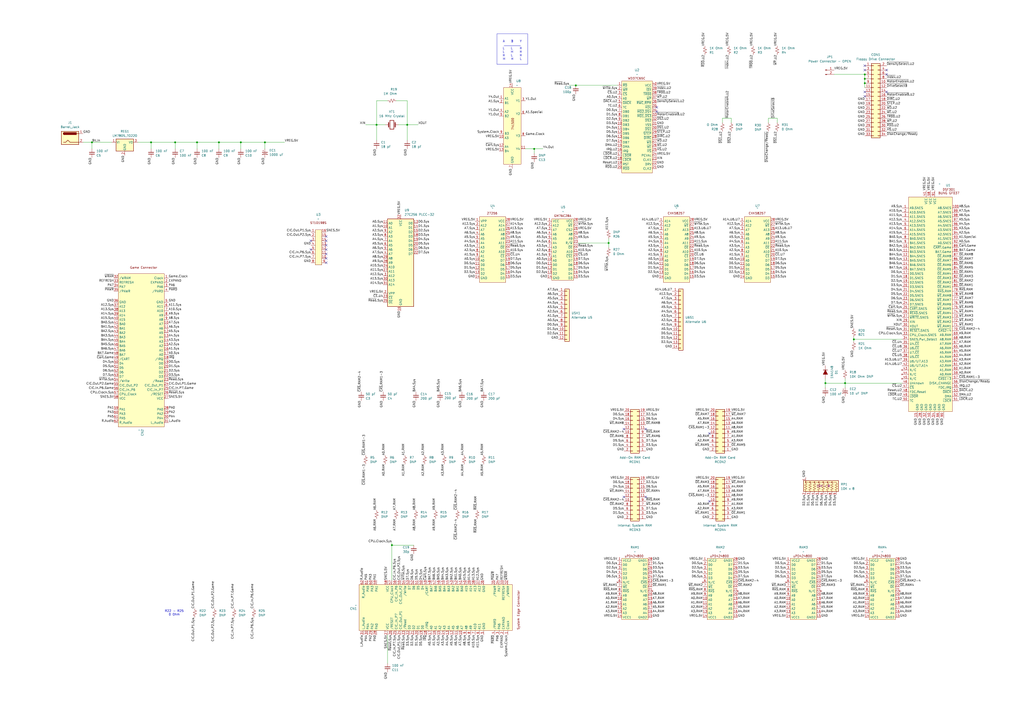
<source format=kicad_sch>
(kicad_sch (version 20231120) (generator "eeschema") (generator_version "8.0")
  (paper "A2")
  (lib_symbols
    (symbol "Connector:Barrel_Jack" (pin_names (offset 1.016))
      (property "Reference" "J" (at 0 5.334 0))
      (property "Value" "Barrel_Jack" (at 0 -5.08 0))
      (symbol "Barrel_Jack_1_1"
        (pin passive line (at 7.62 2.54 180) (length 2.54) (name "~") (number "1"))
        (pin passive line (at 7.62 -2.54 180) (length 2.54) (name "~") (number "2"))
      )
    )
    (symbol "Connector:Conn_01x02_Pin" (pin_names (offset 1.016) hide)
      (property "Reference" "J" (at 0 2.54 0))
      (property "Value" "Conn_01x02_Pin" (at 0 -5.08 0))
      (symbol "Conn_01x02_Pin_1_1"
        (pin passive line (at 5.08 0 180) (length 3.81) (name "Pin_1") (number "1"))
        (pin passive line (at 5.08 -2.54 180) (length 3.81) (name "Pin_2") (number "2"))
      )
    )
    (symbol "Connector_Generic:Conn_01x12" (pin_names (offset 1.016) hide)
      (property "Reference" "J" (at 0 15.24 0))
      (property "Value" "Conn_01x12" (at 0 -17.78 0))
      (symbol "Conn_01x12_1_1"
        (pin passive line (at -5.08 12.7 0) (length 3.81) (name "Pin_1") (number "1"))
        (pin passive line (at -5.08 -10.16 0) (length 3.81) (name "Pin_10") (number "10"))
        (pin passive line (at -5.08 -12.7 0) (length 3.81) (name "Pin_11") (number "11"))
        (pin passive line (at -5.08 -15.24 0) (length 3.81) (name "Pin_12") (number "12"))
        (pin passive line (at -5.08 10.16 0) (length 3.81) (name "Pin_2") (number "2"))
        (pin passive line (at -5.08 7.62 0) (length 3.81) (name "Pin_3") (number "3"))
        (pin passive line (at -5.08 5.08 0) (length 3.81) (name "Pin_4") (number "4"))
        (pin passive line (at -5.08 2.54 0) (length 3.81) (name "Pin_5") (number "5"))
        (pin passive line (at -5.08 0 0) (length 3.81) (name "Pin_6") (number "6"))
        (pin passive line (at -5.08 -2.54 0) (length 3.81) (name "Pin_7") (number "7"))
        (pin passive line (at -5.08 -5.08 0) (length 3.81) (name "Pin_8") (number "8"))
        (pin passive line (at -5.08 -7.62 0) (length 3.81) (name "Pin_9") (number "9"))
      )
    )
    (symbol "Connector_Generic:Conn_01x14" (pin_names (offset 1.016) hide)
      (property "Reference" "J" (at 0 17.78 0))
      (property "Value" "Conn_01x14" (at 0 -20.32 0))
      (symbol "Conn_01x14_1_1"
        (pin passive line (at -5.08 15.24 0) (length 3.81) (name "Pin_1") (number "1"))
        (pin passive line (at -5.08 -7.62 0) (length 3.81) (name "Pin_10") (number "10"))
        (pin passive line (at -5.08 -10.16 0) (length 3.81) (name "Pin_11") (number "11"))
        (pin passive line (at -5.08 -12.7 0) (length 3.81) (name "Pin_12") (number "12"))
        (pin passive line (at -5.08 -15.24 0) (length 3.81) (name "Pin_13") (number "13"))
        (pin passive line (at -5.08 -17.78 0) (length 3.81) (name "Pin_14") (number "14"))
        (pin passive line (at -5.08 12.7 0) (length 3.81) (name "Pin_2") (number "2"))
        (pin passive line (at -5.08 10.16 0) (length 3.81) (name "Pin_3") (number "3"))
        (pin passive line (at -5.08 7.62 0) (length 3.81) (name "Pin_4") (number "4"))
        (pin passive line (at -5.08 5.08 0) (length 3.81) (name "Pin_5") (number "5"))
        (pin passive line (at -5.08 2.54 0) (length 3.81) (name "Pin_6") (number "6"))
        (pin passive line (at -5.08 0 0) (length 3.81) (name "Pin_7") (number "7"))
        (pin passive line (at -5.08 -2.54 0) (length 3.81) (name "Pin_8") (number "8"))
        (pin passive line (at -5.08 -5.08 0) (length 3.81) (name "Pin_9") (number "9"))
      )
    )
    (symbol "Connector_Generic:Conn_02x10_Odd_Even" (pin_names (offset 1.016) hide)
      (property "Reference" "J" (at 1.27 12.7 0))
      (property "Value" "Conn_02x10_Odd_Even" (at 1.27 -15.24 0))
      (symbol "Conn_02x10_Odd_Even_1_1"
        (pin passive line (at -5.08 10.16 0) (length 3.81) (name "Pin_1") (number "1"))
        (pin passive line (at 7.62 0 180) (length 3.81) (name "Pin_10") (number "10"))
        (pin passive line (at -5.08 -2.54 0) (length 3.81) (name "Pin_11") (number "11"))
        (pin passive line (at 7.62 -2.54 180) (length 3.81) (name "Pin_12") (number "12"))
        (pin passive line (at -5.08 -5.08 0) (length 3.81) (name "Pin_13") (number "13"))
        (pin passive line (at 7.62 -5.08 180) (length 3.81) (name "Pin_14") (number "14"))
        (pin passive line (at -5.08 -7.62 0) (length 3.81) (name "Pin_15") (number "15"))
        (pin passive line (at 7.62 -7.62 180) (length 3.81) (name "Pin_16") (number "16"))
        (pin passive line (at -5.08 -10.16 0) (length 3.81) (name "Pin_17") (number "17"))
        (pin passive line (at 7.62 -10.16 180) (length 3.81) (name "Pin_18") (number "18"))
        (pin passive line (at -5.08 -12.7 0) (length 3.81) (name "Pin_19") (number "19"))
        (pin passive line (at 7.62 10.16 180) (length 3.81) (name "Pin_2") (number "2"))
        (pin passive line (at 7.62 -12.7 180) (length 3.81) (name "Pin_20") (number "20"))
        (pin passive line (at -5.08 7.62 0) (length 3.81) (name "Pin_3") (number "3"))
        (pin passive line (at 7.62 7.62 180) (length 3.81) (name "Pin_4") (number "4"))
        (pin passive line (at -5.08 5.08 0) (length 3.81) (name "Pin_5") (number "5"))
        (pin passive line (at 7.62 5.08 180) (length 3.81) (name "Pin_6") (number "6"))
        (pin passive line (at -5.08 2.54 0) (length 3.81) (name "Pin_7") (number "7"))
        (pin passive line (at 7.62 2.54 180) (length 3.81) (name "Pin_8") (number "8"))
        (pin passive line (at -5.08 0 0) (length 3.81) (name "Pin_9") (number "9"))
      )
    )
    (symbol "Connector_Generic:Conn_02x17_Odd_Even" (pin_names (offset 1.016) hide)
      (property "Reference" "J" (at 1.27 22.86 0))
      (property "Value" "Conn_02x17_Odd_Even" (at 1.27 -22.86 0))
      (symbol "Conn_02x17_Odd_Even_1_1"
        (pin passive line (at -5.08 20.32 0) (length 3.81) (name "Pin_1") (number "1"))
        (pin passive line (at 7.62 10.16 180) (length 3.81) (name "Pin_10") (number "10"))
        (pin passive line (at -5.08 7.62 0) (length 3.81) (name "Pin_11") (number "11"))
        (pin passive line (at 7.62 7.62 180) (length 3.81) (name "Pin_12") (number "12"))
        (pin passive line (at -5.08 5.08 0) (length 3.81) (name "Pin_13") (number "13"))
        (pin passive line (at 7.62 5.08 180) (length 3.81) (name "Pin_14") (number "14"))
        (pin passive line (at -5.08 2.54 0) (length 3.81) (name "Pin_15") (number "15"))
        (pin passive line (at 7.62 2.54 180) (length 3.81) (name "Pin_16") (number "16"))
        (pin passive line (at -5.08 0 0) (length 3.81) (name "Pin_17") (number "17"))
        (pin passive line (at 7.62 0 180) (length 3.81) (name "Pin_18") (number "18"))
        (pin passive line (at -5.08 -2.54 0) (length 3.81) (name "Pin_19") (number "19"))
        (pin passive line (at 7.62 20.32 180) (length 3.81) (name "Pin_2") (number "2"))
        (pin passive line (at 7.62 -2.54 180) (length 3.81) (name "Pin_20") (number "20"))
        (pin passive line (at -5.08 -5.08 0) (length 3.81) (name "Pin_21") (number "21"))
        (pin passive line (at 7.62 -5.08 180) (length 3.81) (name "Pin_22") (number "22"))
        (pin passive line (at -5.08 -7.62 0) (length 3.81) (name "Pin_23") (number "23"))
        (pin passive line (at 7.62 -7.62 180) (length 3.81) (name "Pin_24") (number "24"))
        (pin passive line (at -5.08 -10.16 0) (length 3.81) (name "Pin_25") (number "25"))
        (pin passive line (at 7.62 -10.16 180) (length 3.81) (name "Pin_26") (number "26"))
        (pin passive line (at -5.08 -12.7 0) (length 3.81) (name "Pin_27") (number "27"))
        (pin passive line (at 7.62 -12.7 180) (length 3.81) (name "Pin_28") (number "28"))
        (pin passive line (at -5.08 -15.24 0) (length 3.81) (name "Pin_29") (number "29"))
        (pin passive line (at -5.08 17.78 0) (length 3.81) (name "Pin_3") (number "3"))
        (pin passive line (at 7.62 -15.24 180) (length 3.81) (name "Pin_30") (number "30"))
        (pin passive line (at -5.08 -17.78 0) (length 3.81) (name "Pin_31") (number "31"))
        (pin passive line (at 7.62 -17.78 180) (length 3.81) (name "Pin_32") (number "32"))
        (pin passive line (at -5.08 -20.32 0) (length 3.81) (name "Pin_33") (number "33"))
        (pin passive line (at 7.62 -20.32 180) (length 3.81) (name "Pin_34") (number "34"))
        (pin passive line (at 7.62 17.78 180) (length 3.81) (name "Pin_4") (number "4"))
        (pin passive line (at -5.08 15.24 0) (length 3.81) (name "Pin_5") (number "5"))
        (pin passive line (at 7.62 15.24 180) (length 3.81) (name "Pin_6") (number "6"))
        (pin passive line (at -5.08 12.7 0) (length 3.81) (name "Pin_7") (number "7"))
        (pin passive line (at 7.62 12.7 180) (length 3.81) (name "Pin_8") (number "8"))
        (pin passive line (at -5.08 10.16 0) (length 3.81) (name "Pin_9") (number "9"))
      )
    )
    (symbol "DSF301_1"
      (property "Reference" "U10" (at 10.16 6.35 0))
      (property "Value" "~" (at 10.16 5.08 0))
      (symbol "DSF301_1_0_0"
        (pin input line (at -16.51 -7.62 0) (length 3.81) (name "A9.SNES") (number "1"))
        (pin input line (at -16.51 -30.48 0) (length 3.81) (name "BA2.SNES") (number "10"))
        (pin input line (at -16.51 -33.02 0) (length 3.81) (name "BA3.SNES") (number "11"))
        (pin input line (at -16.51 -35.56 0) (length 3.81) (name "BA4.SNES") (number "12"))
        (pin input line (at -16.51 -38.1 0) (length 3.81) (name "BA5.SNES") (number "13"))
        (pin input line (at -16.51 -40.64 0) (length 3.81) (name "BA6.SNES") (number "14"))
        (pin power_in line (at -7.62 -129.54 90) (length 3.81) (name "GND") (number "15"))
        (pin input line (at -16.51 -43.18 0) (length 3.81) (name "BA7.SNES") (number "16"))
        (pin input line (at -16.51 -45.72 0) (length 3.81) (name "D0.SNES") (number "17"))
        (pin input line (at -16.51 -48.26 0) (length 3.81) (name "D1.SNES") (number "18"))
        (pin input line (at -16.51 -50.8 0) (length 3.81) (name "D2.SNES") (number "19"))
        (pin input line (at -16.51 -10.16 0) (length 3.81) (name "A10.SNES") (number "2"))
        (pin input line (at -16.51 -53.34 0) (length 3.81) (name "D3.SNES") (number "20"))
        (pin input line (at -16.51 -55.88 0) (length 3.81) (name "D4.SNES") (number "21"))
        (pin input line (at -16.51 -58.42 0) (length 3.81) (name "D5.SNES") (number "22"))
        (pin input line (at -16.51 -60.96 0) (length 3.81) (name "D6.SNES") (number "23"))
        (pin input line (at -16.51 -63.5 0) (length 3.81) (name "D7.SNES") (number "24"))
        (pin input line (at -16.51 -66.04 0) (length 3.81) (name "~{CART}.SNES") (number "25"))
        (pin input line (at -16.51 -68.58 0) (length 3.81) (name "~{READ}.SNES") (number "26"))
        (pin input line (at -16.51 -71.12 0) (length 3.81) (name "~{WRITE}.SNES") (number "27"))
        (pin power_in line (at -5.08 -129.54 90) (length 3.81) (name "GND") (number "28"))
        (pin input line (at -16.51 -73.66 0) (length 3.81) (name "XIN") (number "29"))
        (pin input line (at -16.51 -12.7 0) (length 3.81) (name "A11.SNES") (number "3"))
        (pin output line (at -16.51 -76.2 0) (length 3.81) (name "XOUT") (number "30"))
        (pin input line (at -16.51 -78.74 0) (length 3.81) (name "~{RESET}.SNES") (number "31"))
        (pin power_in line (at -2.54 -129.54 90) (length 3.81) (name "GND") (number "32"))
        (pin input line (at -16.51 -81.28 0) (length 3.81) (name "CPU_Clock.SNES") (number "33"))
        (pin input line (at -16.51 -83.82 0) (length 3.81) (name "SNES.Pwr_Detect") (number "34"))
        (pin output line (at -16.51 -86.36 0) (length 3.81) (name "U4.~{CE}") (number "35"))
        (pin output line (at -16.51 -88.9 0) (length 3.81) (name "U6.~{CE}") (number "36"))
        (pin output line (at -16.51 -91.44 0) (length 3.81) (name "U7.~{CE}") (number "37"))
        (pin output line (at -16.51 -93.98 0) (length 3.81) (name "U5.~{CE}") (number "38"))
        (pin output line (at -16.51 -96.52 0) (length 3.81) (name "U6/U7.A13") (number "39"))
        (pin input line (at -16.51 -15.24 0) (length 3.81) (name "A12.SNES") (number "4"))
        (pin power_in line (at 0 -129.54 90) (length 3.81) (name "GND") (number "40"))
        (pin power_in line (at -2.54 2.54 270) (length 3.81) (name "VCC") (number "41"))
        (pin output line (at -16.51 -99.06 0) (length 3.81) (name "U6/U7.A14") (number "42"))
        (pin output line (at -16.51 -114.3 0) (length 3.81) (name "FDC.Reset") (number "48"))
        (pin output line (at -16.51 -116.84 0) (length 3.81) (name "~{LDOR}") (number "49"))
        (pin input line (at -16.51 -17.78 0) (length 3.81) (name "A13.SNES") (number "5"))
        (pin output line (at -16.51 -119.38 0) (length 3.81) (name "TC") (number "50"))
        (pin output line (at 16.51 -119.38 180) (length 3.81) (name "~{LDCR}") (number "51"))
        (pin input line (at 16.51 -116.84 180) (length 3.81) (name "DMA") (number "52"))
        (pin output line (at 16.51 -114.3 180) (length 3.81) (name "~{DACK}") (number "53"))
        (pin power_in line (at 2.54 -129.54 90) (length 3.81) (name "GND") (number "54"))
        (pin input line (at 16.51 -111.76 180) (length 3.81) (name "FDC.IRQ") (number "55"))
        (pin output line (at 16.51 -109.22 180) (length 3.81) (name "DISK_CHANGE") (number "56"))
        (pin power_in line (at 0 2.54 270) (length 3.81) (name "VCC") (number "58"))
        (pin output line (at 16.51 -104.14 180) (length 3.81) (name "A0.RAM") (number "59"))
        (pin input line (at -16.51 -20.32 0) (length 3.81) (name "A14.SNES") (number "6"))
        (pin output line (at 16.51 -101.6 180) (length 3.81) (name "A1.RAM") (number "60"))
        (pin output line (at 16.51 -99.06 180) (length 3.81) (name "A2.RAM") (number "61"))
        (pin output line (at 16.51 -96.52 180) (length 3.81) (name "A3.RAM") (number "62"))
        (pin output line (at 16.51 -93.98 180) (length 3.81) (name "A4.RAM") (number "63"))
        (pin output line (at 16.51 -91.44 180) (length 3.81) (name "A5.RAM") (number "64"))
        (pin output line (at 16.51 -88.9 180) (length 3.81) (name "A6.RAM") (number "65"))
        (pin power_in line (at 5.08 -129.54 90) (length 3.81) (name "GND") (number "66"))
        (pin output line (at 16.51 -86.36 180) (length 3.81) (name "A7.RAM") (number "67"))
        (pin output line (at 16.51 -83.82 180) (length 3.81) (name "A8.RAM") (number "68"))
        (pin output line (at 16.51 -81.28 180) (length 3.81) (name "A9.RAM") (number "69"))
        (pin input line (at -16.51 -22.86 0) (length 3.81) (name "A15.SNES") (number "7"))
        (pin output line (at 16.51 -78.74 180) (length 3.81) (name "~{CAS2-4}") (number "70"))
        (pin output line (at 16.51 -76.2 180) (length 3.81) (name "~{WE}.RAM1") (number "71"))
        (pin output line (at 16.51 -73.66 180) (length 3.81) (name "~{WE}.RAM2") (number "72"))
        (pin output line (at 16.51 -71.12 180) (length 3.81) (name "~{WE}.RAM3") (number "73"))
        (pin output line (at 16.51 -68.58 180) (length 3.81) (name "~{WE}.RAM4") (number "74"))
        (pin output line (at 16.51 -66.04 180) (length 3.81) (name "~{WE}.RAM5") (number "75"))
        (pin output line (at 16.51 -63.5 180) (length 3.81) (name "~{WE}.RAM6") (number "76"))
        (pin output line (at 16.51 -60.96 180) (length 3.81) (name "~{WE}.RAM7") (number "77"))
        (pin output line (at 16.51 -58.42 180) (length 3.81) (name "~{WE}.RAM8") (number "78"))
        (pin output line (at 16.51 -55.88 180) (length 3.81) (name "~{RAS}.RAM") (number "79"))
        (pin input line (at -16.51 -25.4 0) (length 3.81) (name "BA0.SNES") (number "8"))
        (pin output line (at 16.51 -53.34 180) (length 3.81) (name "~{OE}.RAM1") (number "80"))
        (pin output line (at 16.51 -50.8 180) (length 3.81) (name "~{OE}.RAM2") (number "81"))
        (pin output line (at 16.51 -48.26 180) (length 3.81) (name "~{OE}.RAM3") (number "82"))
        (pin output line (at 16.51 -45.72 180) (length 3.81) (name "~{OE}.RAM4") (number "83"))
        (pin output line (at 16.51 -43.18 180) (length 3.81) (name "~{OE}.RAM5") (number "84"))
        (pin output line (at 16.51 -40.64 180) (length 3.81) (name "~{OE}.RAM6") (number "85"))
        (pin output line (at 16.51 -38.1 180) (length 3.81) (name "~{OE}.RAM7") (number "86"))
        (pin output line (at 16.51 -35.56 180) (length 3.81) (name "~{OE}.RAM8") (number "87"))
        (pin output line (at 16.51 -33.02 180) (length 3.81) (name "BA7.Game") (number "88"))
        (pin output line (at 16.51 -30.48 180) (length 3.81) (name "~{CART}.Game") (number "89"))
        (pin input line (at -16.51 -27.94 0) (length 3.81) (name "BA1.SNES") (number "9"))
        (pin power_in line (at 7.62 -129.54 90) (length 3.81) (name "GND") (number "90"))
        (pin power_in line (at 2.54 2.54 270) (length 3.81) (name "VCC") (number "91"))
        (pin input line (at 16.51 -27.94 180) (length 3.81) (name "A0.SNES") (number "92"))
        (pin input line (at 16.51 -25.4 180) (length 3.81) (name "A1.SNES") (number "93"))
        (pin input line (at 16.51 -22.86 180) (length 3.81) (name "A2.SNES") (number "94"))
        (pin input line (at 16.51 -20.32 180) (length 3.81) (name "A3.SNES") (number "95"))
        (pin input line (at 16.51 -17.78 180) (length 3.81) (name "A4.SNES") (number "96"))
        (pin input line (at 16.51 -15.24 180) (length 3.81) (name "A5.SNES") (number "97"))
        (pin input line (at 16.51 -12.7 180) (length 3.81) (name "A6.SNES") (number "98"))
        (pin input line (at 16.51 -10.16 180) (length 3.81) (name "A7.SNES") (number "99"))
      )
      (symbol "DSF301_1_1_0"
        (pin input line (at 16.51 -7.62 180) (length 3.81) (name "A8.SNES") (number "100"))
        (pin no_connect line (at -16.51 -101.6 0) (length 3.81) (name "N/C") (number "43"))
        (pin no_connect line (at -16.51 -104.14 0) (length 3.81) (name "N/C") (number "44"))
        (pin no_connect line (at -16.51 -106.68 0) (length 3.81) (name "N/C") (number "45"))
        (pin unspecified line (at -16.51 -109.22 0) (length 3.81) (name "Unknown") (number "46"))
        (pin output line (at -16.51 -111.76 0) (length 3.81) (name "~{CS}") (number "47"))
        (pin output line (at 16.51 -106.68 180) (length 3.81) (name "~{CAS1-3}") (number "57"))
      )
      (symbol "DSF301_1_1_1"
        (text "DSF301\nBUNG GF037" (at 10.668 2.032 0) (effects (font (size 1.27 1.27))))
      )
    )
    (symbol "Datel:27C256"
      (property "Reference" "U1" (at 2.1941 30.48 0))
      (property "Value" "27C256" (at 2.1941 27.94 0))
      (symbol "27C256_1_1"
        (pin input line (at -10.16 20.32 0) (length 2.54) (name "A1") (number "10"))
        (pin input line (at -10.16 22.86 0) (length 2.54) (name "A0") (number "11"))
        (pin tri_state line (at 10.16 22.86 180) (length 2.54) (name "D0") (number "13"))
        (pin tri_state line (at 10.16 20.32 180) (length 2.54) (name "D1") (number "14"))
        (pin tri_state line (at 10.16 17.78 180) (length 2.54) (name "D2") (number "15"))
        (pin power_in line (at 0 -27.94 90) (length 2.54) (name "GND") (number "16"))
        (pin tri_state line (at 10.16 15.24 180) (length 2.54) (name "D3") (number "18"))
        (pin tri_state line (at 10.16 12.7 180) (length 2.54) (name "D4") (number "19"))
        (pin input line (at -10.16 -17.78 0) (length 2.54) (name "VPP") (number "2"))
        (pin tri_state line (at 10.16 10.16 180) (length 2.54) (name "D5") (number "20"))
        (pin tri_state line (at 10.16 7.62 180) (length 2.54) (name "D6") (number "21"))
        (pin tri_state line (at 10.16 5.08 180) (length 2.54) (name "D7") (number "22"))
        (pin input line (at -10.16 -20.32 0) (length 2.54) (name "~{CE}") (number "23"))
        (pin input line (at -10.16 -2.54 0) (length 2.54) (name "A10") (number "24"))
        (pin input line (at -10.16 -22.86 0) (length 2.54) (name "~{OE}") (number "25"))
        (pin input line (at -10.16 -5.08 0) (length 2.54) (name "A11") (number "27"))
        (pin input line (at -10.16 0 0) (length 2.54) (name "A9") (number "28"))
        (pin input line (at -10.16 2.54 0) (length 2.54) (name "A8") (number "29"))
        (pin input line (at -10.16 -7.62 0) (length 2.54) (name "A12") (number "3"))
        (pin input line (at -10.16 -10.16 0) (length 2.54) (name "A13") (number "30"))
        (pin input line (at -10.16 -12.7 0) (length 2.54) (name "A14") (number "31"))
        (pin power_in line (at 0 27.94 270) (length 2.54) (name "VCC") (number "32"))
        (pin input line (at -10.16 5.08 0) (length 2.54) (name "A7") (number "4"))
        (pin input line (at -10.16 7.62 0) (length 2.54) (name "A6") (number "5"))
        (pin input line (at -10.16 10.16 0) (length 2.54) (name "A5") (number "6"))
        (pin input line (at -10.16 12.7 0) (length 2.54) (name "A4") (number "7"))
        (pin input line (at -10.16 15.24 0) (length 2.54) (name "A3") (number "8"))
        (pin input line (at -10.16 17.78 0) (length 2.54) (name "A2") (number "9"))
      )
    )
    (symbol "Device:C_Polarized_Small_US" (pin_numbers hide) (pin_names (offset 0.254) hide)
      (property "Reference" "C" (at 0.254 1.778 0))
      (property "Value" "C_Polarized_Small_US" (at 0.254 -2.032 0))
      (symbol "C_Polarized_Small_US_1_1"
        (pin passive line (at 0 2.54 270) (length 2.032) (name "~") (number "1"))
        (pin passive line (at 0 -2.54 90) (length 2.032) (name "~") (number "2"))
      )
    )
    (symbol "Device:C_Small" (pin_numbers hide) (pin_names (offset 0.254) hide)
      (property "Reference" "C" (at 0.254 1.778 0))
      (property "Value" "C_Small" (at 0.254 -2.032 0))
      (symbol "C_Small_1_1"
        (pin passive line (at 0 2.54 270) (length 2.032) (name "~") (number "1"))
        (pin passive line (at 0 -2.54 90) (length 2.032) (name "~") (number "2"))
      )
    )
    (symbol "Device:Crystal" (pin_numbers hide) (pin_names (offset 1.016) hide)
      (property "Reference" "Y" (at 0 3.81 0))
      (property "Value" "Crystal" (at 0 -3.81 0))
      (symbol "Crystal_1_1"
        (pin passive line (at -3.81 0 0) (length 1.27) (name "1") (number "1"))
        (pin passive line (at 3.81 0 180) (length 1.27) (name "2") (number "2"))
      )
    )
    (symbol "Device:D_Filled" (pin_numbers hide) (pin_names (offset 1.016) hide)
      (property "Reference" "D" (at 0 2.54 0))
      (property "Value" "D_Filled" (at 0 -2.54 0))
      (symbol "D_Filled_1_1"
        (pin passive line (at -3.81 0 0) (length 2.54) (name "K") (number "1"))
        (pin passive line (at 3.81 0 180) (length 2.54) (name "A") (number "2"))
      )
    )
    (symbol "Device:R_Network08_US" (pin_names (offset 0) hide)
      (property "Reference" "RN" (at -12.7 0 90))
      (property "Value" "R_Network08_US" (at 10.16 0 90))
      (symbol "R_Network08_US_1_1"
        (pin passive line (at -10.16 5.08 270) (length 2.54) (name "common") (number "1"))
        (pin passive line (at -10.16 -5.08 90) (length 1.27) (name "R1") (number "2"))
        (pin passive line (at -7.62 -5.08 90) (length 1.27) (name "R2") (number "3"))
        (pin passive line (at -5.08 -5.08 90) (length 1.27) (name "R3") (number "4"))
        (pin passive line (at -2.54 -5.08 90) (length 1.27) (name "R4") (number "5"))
        (pin passive line (at 0 -5.08 90) (length 1.27) (name "R5") (number "6"))
        (pin passive line (at 2.54 -5.08 90) (length 1.27) (name "R6") (number "7"))
        (pin passive line (at 5.08 -5.08 90) (length 1.27) (name "R7") (number "8"))
        (pin passive line (at 7.62 -5.08 90) (length 1.27) (name "R8") (number "9"))
      )
    )
    (symbol "Device:R_Small_US" (pin_numbers hide) (pin_names (offset 0.254) hide)
      (property "Reference" "R" (at 0.762 0.508 0))
      (property "Value" "R_Small_US" (at 0.762 -1.016 0))
      (symbol "R_Small_US_1_1"
        (pin passive line (at 0 2.54 270) (length 1.016) (name "~") (number "1"))
        (pin passive line (at 0 -2.54 90) (length 1.016) (name "~") (number "2"))
      )
    )
    (symbol "Regulator_Linear:LM7805_TO220" (pin_names (offset 0.254))
      (property "Reference" "U" (at -3.81 3.175 0))
      (property "Value" "LM7805_TO220" (at 0 3.175 0))
      (symbol "LM7805_TO220_1_1"
        (pin power_in line (at -7.62 0 0) (length 2.54) (name "VI") (number "1"))
        (pin power_in line (at 0 -7.62 90) (length 2.54) (name "GND") (number "2"))
        (pin power_out line (at 7.62 0 180) (length 2.54) (name "VO") (number "3"))
      )
    )
    (symbol "SFIII:27256"
      (property "Reference" "U" (at 9.906 6.858 0))
      (symbol "27256_0_0"
        (pin input line (at 0 0 0) (length 2.54) (name "VPP") (number "1"))
        (pin input line (at 0 -22.86 0) (length 2.54) (name "A0") (number "10"))
        (pin bidirectional line (at 0 -25.4 0) (length 2.54) (name "D0") (number "11"))
        (pin bidirectional line (at 0 -27.94 0) (length 2.54) (name "D1") (number "12"))
        (pin bidirectional line (at 0 -30.48 0) (length 2.54) (name "D2") (number "13"))
        (pin power_in line (at 0 -33.02 0) (length 2.54) (name "GND") (number "14"))
        (pin bidirectional line (at 20.32 -33.02 180) (length 2.54) (name "D3") (number "15"))
        (pin bidirectional line (at 20.32 -30.48 180) (length 2.54) (name "D4") (number "16"))
        (pin bidirectional line (at 20.32 -27.94 180) (length 2.54) (name "D5") (number "17"))
        (pin bidirectional line (at 20.32 -25.4 180) (length 2.54) (name "D6") (number "18"))
        (pin bidirectional line (at 20.32 -22.86 180) (length 2.54) (name "D7") (number "19"))
        (pin input line (at 0 -2.54 0) (length 2.54) (name "A12") (number "2"))
        (pin input line (at 20.32 -20.32 180) (length 2.54) (name "~{CE}") (number "20"))
        (pin input line (at 20.32 -17.78 180) (length 2.54) (name "A10") (number "21"))
        (pin input line (at 20.32 -15.24 180) (length 2.54) (name "~{OE}") (number "22"))
        (pin input line (at 20.32 -12.7 180) (length 2.54) (name "A11") (number "23"))
        (pin input line (at 20.32 -10.16 180) (length 2.54) (name "A9") (number "24"))
        (pin input line (at 20.32 -7.62 180) (length 2.54) (name "A8") (number "25"))
        (pin input line (at 20.32 -5.08 180) (length 2.54) (name "A13") (number "26"))
        (pin input line (at 20.32 -2.54 180) (length 2.54) (name "A14") (number "27"))
        (pin power_in line (at 20.32 0 180) (length 2.54) (name "VCC") (number "28"))
        (pin input line (at 0 -5.08 0) (length 2.54) (name "A7") (number "3"))
        (pin input line (at 0 -7.62 0) (length 2.54) (name "A6") (number "4"))
        (pin input line (at 0 -10.16 0) (length 2.54) (name "A5") (number "5"))
        (pin input line (at 0 -12.7 0) (length 2.54) (name "A4") (number "6"))
        (pin input line (at 0 -15.24 0) (length 2.54) (name "A3") (number "7"))
        (pin input line (at 0 -17.78 0) (length 2.54) (name "A2") (number "8"))
        (pin input line (at 0 -20.32 0) (length 2.54) (name "A1") (number "9"))
      )
      (symbol "27256_1_1"
        (text "27256" (at 9.906 4.572 0) (effects (font (size 1.27 1.27))))
      )
    )
    (symbol "SFIII:74LS00"
      (property "Reference" "U" (at 2.54 7.62 0))
      (symbol "74LS00_0_0"
        (pin input line (at 0 0 0) (length 2.54) (name "A1") (number "1"))
        (pin input line (at 0 -22.86 0) (length 2.54) (name "A3") (number "10"))
        (pin output line (at 15.24 -29.21 180) (length 2.54) (name "Y4") (number "11"))
        (pin input line (at 0 -27.94 0) (length 2.54) (name "A4") (number "12"))
        (pin input line (at 0 -30.48 0) (length 2.54) (name "B4") (number "13"))
        (pin power_in line (at 7.62 8.89 270) (length 2.54) (name "VCC") (number "14"))
        (pin input line (at 0 -2.54 0) (length 2.54) (name "B1") (number "2"))
        (pin output line (at 15.24 -1.27 180) (length 2.54) (name "Y1") (number "3"))
        (pin input line (at 0 -7.62 0) (length 2.54) (name "A2") (number "4"))
        (pin input line (at 0 -10.16 0) (length 2.54) (name "B2") (number "5"))
        (pin output line (at 15.24 -8.89 180) (length 2.54) (name "Y2") (number "6"))
        (pin power_in line (at 7.62 -40.64 90) (length 2.54) (name "GND") (number "7"))
        (pin output line (at 15.24 -21.59 180) (length 2.54) (name "Y3") (number "8"))
        (pin input line (at 0 -20.32 0) (length 2.54) (name "B3") (number "9"))
      )
      (symbol "74LS00_1_1"
        (text "74LS00" (at 7.874 -14.732 900) (effects (font (size 1.27 1.27))))
      )
    )
    (symbol "SFIII:CXK58257"
      (property "Reference" "U" (at 9.906 6.858 0))
      (symbol "CXK58257_0_0"
        (pin input line (at 0 0 0) (length 2.54) (name "A14") (number "1"))
        (pin input line (at 0 -22.86 0) (length 2.54) (name "A0") (number "10"))
        (pin bidirectional line (at 0 -25.4 0) (length 2.54) (name "D0") (number "11"))
        (pin bidirectional line (at 0 -27.94 0) (length 2.54) (name "D1") (number "12"))
        (pin bidirectional line (at 0 -30.48 0) (length 2.54) (name "D2") (number "13"))
        (pin power_in line (at 0 -33.02 0) (length 2.54) (name "GND") (number "14"))
        (pin bidirectional line (at 20.32 -33.02 180) (length 2.54) (name "D3") (number "15"))
        (pin bidirectional line (at 20.32 -30.48 180) (length 2.54) (name "D4") (number "16"))
        (pin bidirectional line (at 20.32 -27.94 180) (length 2.54) (name "D5") (number "17"))
        (pin bidirectional line (at 20.32 -25.4 180) (length 2.54) (name "D6") (number "18"))
        (pin bidirectional line (at 20.32 -22.86 180) (length 2.54) (name "D7") (number "19"))
        (pin input line (at 0 -2.54 0) (length 2.54) (name "A12") (number "2"))
        (pin input line (at 20.32 -20.32 180) (length 2.54) (name "~{CE}") (number "20"))
        (pin input line (at 20.32 -17.78 180) (length 2.54) (name "A10") (number "21"))
        (pin input line (at 20.32 -15.24 180) (length 2.54) (name "~{OE}") (number "22"))
        (pin input line (at 20.32 -12.7 180) (length 2.54) (name "A11") (number "23"))
        (pin input line (at 20.32 -10.16 180) (length 2.54) (name "A9") (number "24"))
        (pin input line (at 20.32 -7.62 180) (length 2.54) (name "A8") (number "25"))
        (pin input line (at 20.32 -5.08 180) (length 2.54) (name "A13") (number "26"))
        (pin input line (at 20.32 -2.54 180) (length 2.54) (name "~{WE}") (number "27"))
        (pin power_in line (at 20.32 0 180) (length 2.54) (name "VCC") (number "28"))
        (pin input line (at 0 -5.08 0) (length 2.54) (name "A7") (number "3"))
        (pin input line (at 0 -7.62 0) (length 2.54) (name "A6") (number "4"))
        (pin input line (at 0 -10.16 0) (length 2.54) (name "A5") (number "5"))
        (pin input line (at 0 -12.7 0) (length 2.54) (name "A4") (number "6"))
        (pin input line (at 0 -15.24 0) (length 2.54) (name "A3") (number "7"))
        (pin input line (at 0 -17.78 0) (length 2.54) (name "A2") (number "8"))
        (pin input line (at 0 -20.32 0) (length 2.54) (name "A1") (number "9"))
      )
      (symbol "CXK58257_1_1"
        (text "CXK58257" (at 9.906 4.572 0) (effects (font (size 1.27 1.27))))
      )
    )
    (symbol "SFIII:GM76C28A"
      (property "Reference" "U5" (at 9.144 13.208 0))
      (property "Value" "~" (at 9.144 10.668 0))
      (symbol "GM76C28A_0_0"
        (pin power_in line (at 0 5.08 0) (length 2.54) (name "VCC") (number "1"))
        (pin input line (at 0 -17.78 0) (length 2.54) (name "A0") (number "10"))
        (pin bidirectional line (at 0 -20.32 0) (length 2.54) (name "D0") (number "11"))
        (pin bidirectional line (at 0 -22.86 0) (length 2.54) (name "D1") (number "12"))
        (pin bidirectional line (at 0 -25.4 0) (length 2.54) (name "D2") (number "13"))
        (pin power_in line (at 0 -27.94 0) (length 2.54) (name "GND") (number "14"))
        (pin bidirectional line (at 17.78 -27.94 180) (length 2.54) (name "D3") (number "15"))
        (pin bidirectional line (at 17.78 -25.4 180) (length 2.54) (name "D4") (number "16"))
        (pin bidirectional line (at 17.78 -22.86 180) (length 2.54) (name "D5") (number "17"))
        (pin bidirectional line (at 17.78 -20.32 180) (length 2.54) (name "D6") (number "18"))
        (pin bidirectional line (at 17.78 -17.78 180) (length 2.54) (name "D7") (number "19"))
        (pin input line (at 0 2.54 0) (length 2.54) (name "A12") (number "2"))
        (pin input line (at 17.78 -12.7 180) (length 2.54) (name "A10") (number "21"))
        (pin input line (at 17.78 -10.16 180) (length 2.54) (name "~{OE}") (number "22"))
        (pin input line (at 17.78 -7.62 180) (length 2.54) (name "R/~{W}") (number "23"))
        (pin input line (at 17.78 -5.08 180) (length 2.54) (name "A9") (number "24"))
        (pin input line (at 17.78 -2.54 180) (length 2.54) (name "A8") (number "25"))
        (pin input line (at 17.78 2.54 180) (length 2.54) (name "~{WE}") (number "27"))
        (pin power_in line (at 17.78 5.08 180) (length 2.54) (name "VCC") (number "28"))
        (pin input line (at 0 0 0) (length 2.54) (name "A7") (number "3"))
        (pin input line (at 0 -2.54 0) (length 2.54) (name "A6") (number "4"))
        (pin input line (at 0 -5.08 0) (length 2.54) (name "A5") (number "5"))
        (pin input line (at 0 -7.62 0) (length 2.54) (name "A4") (number "6"))
        (pin input line (at 0 -10.16 0) (length 2.54) (name "A3") (number "7"))
        (pin input line (at 0 -12.7 0) (length 2.54) (name "A2") (number "8"))
        (pin input line (at 0 -15.24 0) (length 2.54) (name "A1") (number "9"))
      )
      (symbol "GM76C28A_1_0"
        (pin input line (at 17.78 -15.24 180) (length 2.54) (name "~{CS1}") (number "20"))
        (pin input line (at 17.78 0 180) (length 2.54) (name "CS2") (number "26"))
      )
      (symbol "GM76C28A_1_1"
        (text "GM76C28A" (at 8.89 8.128 0) (effects (font (size 1.27 1.27))))
      )
    )
    (symbol "SFIII:SNES_Connector"
      (property "Reference" "CN1" (at -0.0001 -45.72 90))
      (property "Value" "~" (at 1.905 -45.72 90))
      (symbol "SNES_Connector_1_1"
        (text "System Edge Connector" (at -0.762 48.006 0) (effects (font (size 1.27 1.27))))
        (pin input line (at -15.24 41.91 0) (length 2.54) (name "Clock") (number "1"))
        (pin input line (at -15.24 15.24 0) (length 2.54) (name "A7") (number "10"))
        (pin input line (at -15.24 12.7 0) (length 2.54) (name "A6") (number "11"))
        (pin input line (at -15.24 10.16 0) (length 2.54) (name "A5") (number "12"))
        (pin input line (at -15.24 7.62 0) (length 2.54) (name "A4") (number "13"))
        (pin input line (at -15.24 5.08 0) (length 2.54) (name "A3") (number "14"))
        (pin input line (at -15.24 2.54 0) (length 2.54) (name "A2") (number "15"))
        (pin input line (at -15.24 0 0) (length 2.54) (name "A1") (number "16"))
        (pin input line (at -15.24 -2.54 0) (length 2.54) (name "A0") (number "17"))
        (pin input line (at -15.24 -5.08 0) (length 2.54) (name "/IRQ") (number "18"))
        (pin input line (at -15.24 -7.62 0) (length 2.54) (name "D0") (number "19"))
        (pin input line (at -15.24 39.37 0) (length 2.54) (name "EXPAND") (number "2"))
        (pin input line (at -15.24 -10.16 0) (length 2.54) (name "D1") (number "20"))
        (pin input line (at -15.24 -12.7 0) (length 2.54) (name "D2") (number "21"))
        (pin input line (at -15.24 -15.24 0) (length 2.54) (name "D3") (number "22"))
        (pin input line (at -15.24 -17.78 0) (length 2.54) (name "/Read") (number "23"))
        (pin input line (at -15.24 -20.32 0) (length 2.54) (name "CIC_Out_P1") (number "24"))
        (pin input line (at -15.24 -22.86 0) (length 2.54) (name "CIC_In_P7") (number "25"))
        (pin input line (at -15.24 -25.4 0) (length 2.54) (name "/RESET") (number "26"))
        (pin power_in line (at -15.24 -27.94 0) (length 2.54) (name "VCC") (number "27"))
        (pin input line (at -15.24 -34.29 0) (length 2.54) (name "PA0") (number "28"))
        (pin input line (at -15.24 -36.83 0) (length 2.54) (name "PA2") (number "29"))
        (pin input line (at -15.24 36.83 0) (length 2.54) (name "PA6") (number "3"))
        (pin input line (at -15.24 -39.37 0) (length 2.54) (name "PA4") (number "30"))
        (pin input line (at -15.24 -41.91 0) (length 2.54) (name "L_Audio") (number "31"))
        (pin input line (at 16.51 41.91 180) (length 2.54) (name "/WRAM") (number "32"))
        (pin input line (at 16.51 39.37 180) (length 2.54) (name "REFRESH") (number "33"))
        (pin input line (at 16.51 36.83 180) (length 2.54) (name "PA7") (number "34"))
        (pin input line (at 16.51 34.29 180) (length 2.54) (name "/PAWR") (number "35"))
        (pin power_in line (at 16.51 27.94 180) (length 2.54) (name "GND") (number "36"))
        (pin input line (at 16.51 25.4 180) (length 2.54) (name "A12") (number "37"))
        (pin input line (at 16.51 22.86 180) (length 2.54) (name "A13") (number "38"))
        (pin input line (at 16.51 20.32 180) (length 2.54) (name "A14") (number "39"))
        (pin input line (at -15.24 34.29 0) (length 2.54) (name "/PARD") (number "4"))
        (pin input line (at 16.51 17.78 180) (length 2.54) (name "A15") (number "40"))
        (pin input line (at 16.51 15.24 180) (length 2.54) (name "BA0") (number "41"))
        (pin input line (at 16.51 12.7 180) (length 2.54) (name "BA1") (number "42"))
        (pin input line (at 16.51 10.16 180) (length 2.54) (name "BA2") (number "43"))
        (pin input line (at 16.51 7.62 180) (length 2.54) (name "BA3") (number "44"))
        (pin input line (at 16.51 5.08 180) (length 2.54) (name "BA4") (number "45"))
        (pin input line (at 16.51 2.54 180) (length 2.54) (name "BA5") (number "46"))
        (pin input line (at 16.51 0 180) (length 2.54) (name "BA6") (number "47"))
        (pin input line (at 16.51 -2.54 180) (length 2.54) (name "BA7") (number "48"))
        (pin input line (at 16.51 -5.08 180) (length 2.54) (name "/CART") (number "49"))
        (pin power_in line (at -15.24 27.94 0) (length 2.54) (name "GND") (number "5"))
        (pin input line (at 16.51 -7.62 180) (length 2.54) (name "D4") (number "50"))
        (pin input line (at 16.51 -10.16 180) (length 2.54) (name "D5") (number "51"))
        (pin input line (at 16.51 -12.7 180) (length 2.54) (name "D6") (number "52"))
        (pin input line (at 16.51 -15.24 180) (length 2.54) (name "D7") (number "53"))
        (pin input line (at 16.51 -17.78 180) (length 2.54) (name "/Write") (number "54"))
        (pin input line (at 16.51 -20.32 180) (length 2.54) (name "CIC_Out_P2") (number "55"))
        (pin input line (at 16.51 -22.86 180) (length 2.54) (name "CIC_In_P6") (number "56"))
        (pin input line (at 16.51 -25.4 180) (length 2.54) (name "CPU_Clock") (number "57"))
        (pin power_in line (at 16.51 -27.94 180) (length 2.54) (name "VCC") (number "58"))
        (pin input line (at 16.51 -34.29 180) (length 2.54) (name "PA1") (number "59"))
        (pin input line (at -15.24 25.4 0) (length 2.54) (name "A11") (number "6"))
        (pin input line (at 16.51 -36.83 180) (length 2.54) (name "PA3") (number "60"))
        (pin input line (at 16.51 -39.37 180) (length 2.54) (name "PA5") (number "61"))
        (pin input line (at 16.51 -41.91 180) (length 2.54) (name "R_Audio") (number "62"))
        (pin input line (at -15.24 22.86 0) (length 2.54) (name "A10") (number "7"))
        (pin input line (at -15.24 20.32 0) (length 2.54) (name "A9") (number "8"))
        (pin input line (at -15.24 17.78 0) (length 2.54) (name "A8") (number "9"))
      )
    )
    (symbol "SFIII:ST10198S"
      (property "Reference" "U" (at 4.572 7.62 0))
      (symbol "ST10198S_0_0"
        (pin unspecified line (at 0 0 0) (length 2.54) (name "") (number "1"))
        (pin unspecified line (at 8.89 -15.24 180) (length 2.54) (name "") (number "10"))
        (pin unspecified line (at 8.89 -12.7 180) (length 2.54) (name "") (number "11"))
        (pin unspecified line (at 8.89 -10.16 180) (length 2.54) (name "") (number "12"))
        (pin unspecified line (at 8.89 -7.62 180) (length 2.54) (name "") (number "13"))
        (pin unspecified line (at 8.89 -5.08 180) (length 2.54) (name "") (number "14"))
        (pin unspecified line (at 8.89 -2.54 180) (length 2.54) (name "") (number "15"))
        (pin unspecified line (at 8.89 0 180) (length 2.54) (name "") (number "16"))
        (pin unspecified line (at 0 -2.54 0) (length 2.54) (name "") (number "2"))
        (pin unspecified line (at 0 -5.08 0) (length 2.54) (name "") (number "3"))
        (pin unspecified line (at 0 -7.62 0) (length 2.54) (name "") (number "4"))
        (pin unspecified line (at 0 -10.16 0) (length 2.54) (name "") (number "5"))
        (pin unspecified line (at 0 -12.7 0) (length 2.54) (name "") (number "6"))
        (pin unspecified line (at 0 -15.24 0) (length 2.54) (name "") (number "7"))
        (pin unspecified line (at 0 -17.78 0) (length 2.54) (name "") (number "8"))
        (pin unspecified line (at 8.89 -17.78 180) (length 2.54) (name "") (number "9"))
      )
      (symbol "ST10198S_1_1"
        (text "ST10198S" (at 4.318 5.334 0) (effects (font (size 1.27 1.27))))
      )
    )
    (symbol "SFIII:WD37C65C"
      (property "Reference" "U" (at 11.176 6.858 0))
      (symbol "WD37C65C_0_0"
        (pin input line (at 0 0 0) (length 2.54) (name "~{RD}") (number "1"))
        (pin bidirectional line (at 0 -22.86 0) (length 2.54) (name "DB3") (number "10"))
        (pin bidirectional line (at 0 -25.4 0) (length 2.54) (name "DB4") (number "11"))
        (pin bidirectional line (at 0 -27.94 0) (length 2.54) (name "DB5") (number "12"))
        (pin bidirectional line (at 0 -30.48 0) (length 2.54) (name "DB6") (number "13"))
        (pin bidirectional line (at 0 -33.02 0) (length 2.54) (name "DB7") (number "14"))
        (pin output line (at 0 -35.56 0) (length 2.54) (name "DMA") (number "15"))
        (pin output line (at 0 -38.1 0) (length 2.54) (name "IRQ") (number "16"))
        (pin input line (at 0 -40.64 0) (length 2.54) (name "~{LDOR}") (number "17"))
        (pin input line (at 0 -43.18 0) (length 2.54) (name "~{LDCR}") (number "18"))
        (pin input line (at 0 -45.72 0) (length 2.54) (name "RST") (number "19"))
        (pin input line (at 0 -2.54 0) (length 2.54) (name "~{WR}") (number "2"))
        (pin input line (at 0 -48.26 0) (length 2.54) (name "~{RDD}") (number "20"))
        (pin input line (at 22.86 -48.26 180) (length 2.54) (name "CLK2") (number "21"))
        (pin input line (at 22.86 -45.72 180) (length 2.54) (name "DRV") (number "22"))
        (pin input line (at 22.86 -43.18 180) (length 2.54) (name "CLK1") (number "23"))
        (pin input line (at 22.86 -40.64 180) (length 2.54) (name "PCVAL") (number "24"))
        (pin output line (at 22.86 -38.1 180) (length 2.54) (name "~{HS}") (number "25"))
        (pin output line (at 22.86 -35.56 180) (length 2.54) (name "~{WE}") (number "26"))
        (pin output line (at 22.86 -33.02 180) (length 2.54) (name "~{WD}") (number "27"))
        (pin output line (at 22.86 -30.48 180) (length 2.54) (name "~{DIRC}") (number "28"))
        (pin output line (at 22.86 -27.94 180) (length 2.54) (name "~{STEP}") (number "29"))
        (pin input line (at 0 -5.08 0) (length 2.54) (name "~{CS}") (number "3"))
        (pin output line (at 22.86 -25.4 180) (length 2.54) (name "~{DS1}") (number "30"))
        (pin power_in line (at 22.86 -22.86 180) (length 2.54) (name "VSS") (number "31"))
        (pin output line (at 22.86 -20.32 180) (length 2.54) (name "~{DS2}") (number "32"))
        (pin output line (at 22.86 -17.78 180) (length 2.54) (name "~{MO1},~{DS3}") (number "33"))
        (pin output line (at 22.86 -15.24 180) (length 2.54) (name "~{MO2},~{DS4}") (number "34"))
        (pin output line (at 22.86 -12.7 180) (length 2.54) (name "~{HDL}") (number "35"))
        (pin output line (at 22.86 -10.16 180) (length 2.54) (name "~{RWC},~{RPM}") (number "36"))
        (pin input line (at 22.86 -7.62 180) (length 2.54) (name "~{WP}") (number "37"))
        (pin input line (at 22.86 -5.08 180) (length 2.54) (name "~{TR00}") (number "38"))
        (pin input line (at 22.86 -2.54 180) (length 2.54) (name "~{IDX}") (number "39"))
        (pin input line (at 0 -7.62 0) (length 2.54) (name "A0") (number "4"))
        (pin power_in line (at 22.86 0 180) (length 2.54) (name "VCC") (number "40"))
        (pin input line (at 0 -10.16 0) (length 2.54) (name "~{DACK}") (number "5"))
        (pin input line (at 0 -12.7 0) (length 2.54) (name "TC") (number "6"))
        (pin bidirectional line (at 0 -15.24 0) (length 2.54) (name "DB0") (number "7"))
        (pin bidirectional line (at 0 -17.78 0) (length 2.54) (name "DB1") (number "8"))
        (pin bidirectional line (at 0 -20.32 0) (length 2.54) (name "DB2") (number "9"))
      )
      (symbol "WD37C65C_1_1"
        (text "WD37C65C" (at 11.176 4.064 0) (effects (font (size 1.27 1.27))))
      )
    )
    (symbol "SFIII:uPD424800"
      (property "Reference" "U" (at 9.398 4.572 0))
      (symbol "uPD424800_0_0"
        (pin power_in line (at 0 0 0) (length 2.54) (name "VCC2") (number "1"))
        (pin input line (at 0 -22.86 0) (length 2.54) (name "A0") (number "10"))
        (pin input line (at 0 -25.4 0) (length 2.54) (name "A1") (number "11"))
        (pin input line (at 0 -27.94 0) (length 2.54) (name "A2") (number "12"))
        (pin input line (at 0 -30.48 0) (length 2.54) (name "A3") (number "13"))
        (pin power_in line (at 0 -33.02 0) (length 2.54) (name "VCC1") (number "14"))
        (pin power_in line (at 20.32 -33.02 180) (length 2.54) (name "GND2") (number "15"))
        (pin input line (at 20.32 -30.48 180) (length 2.54) (name "A4") (number "16"))
        (pin input line (at 20.32 -27.94 180) (length 2.54) (name "A5") (number "17"))
        (pin input line (at 20.32 -25.4 180) (length 2.54) (name "A6") (number "18"))
        (pin input line (at 20.32 -22.86 180) (length 2.54) (name "A7") (number "19"))
        (pin bidirectional line (at 0 -2.54 0) (length 2.54) (name "D0") (number "2"))
        (pin input line (at 20.32 -20.32 180) (length 2.54) (name "A8") (number "20"))
        (pin no_connect line (at 20.32 -17.78 180) (length 2.54) (name "N/C") (number "21"))
        (pin input line (at 20.32 -15.24 180) (length 2.54) (name "~{OE}") (number "22"))
        (pin input line (at 20.32 -12.7 180) (length 2.54) (name "~{CAS}") (number "23"))
        (pin bidirectional line (at 20.32 -10.16 180) (length 2.54) (name "D4") (number "24"))
        (pin bidirectional line (at 20.32 -7.62 180) (length 2.54) (name "D5") (number "25"))
        (pin bidirectional line (at 20.32 -5.08 180) (length 2.54) (name "D6") (number "26"))
        (pin bidirectional line (at 20.32 -2.54 180) (length 2.54) (name "D7") (number "27"))
        (pin power_in line (at 20.32 0 180) (length 2.54) (name "GND1") (number "28"))
        (pin bidirectional line (at 0 -5.08 0) (length 2.54) (name "D1") (number "3"))
        (pin bidirectional line (at 0 -7.62 0) (length 2.54) (name "D2") (number "4"))
        (pin bidirectional line (at 0 -10.16 0) (length 2.54) (name "D3") (number "5"))
        (pin no_connect line (at 0 -12.7 0) (length 2.54) (name "N/C") (number "6"))
        (pin input line (at 0 -15.24 0) (length 2.54) (name "~{WE}") (number "7"))
        (pin input line (at 0 -17.78 0) (length 2.54) (name "~{RAS}") (number "8"))
        (pin input line (at 0 -20.32 0) (length 2.54) (name "A9") (number "9"))
      )
      (symbol "uPD424800_1_1"
        (text "uPD424800" (at 9.652 2.54 0) (effects (font (size 1.27 1.27))))
      )
    )
    (symbol "SNES_Connector_1"
      (property "Reference" "CN2" (at -0.0001 -45.72 90))
      (property "Value" "~" (at 1.905 -45.72 90))
      (symbol "SNES_Connector_1_1_1"
        (text "Game Connector" (at -0.762 48.006 0) (effects (font (size 1.27 1.27))))
        (pin input line (at -15.24 41.91 0) (length 2.54) (name "Clock") (number "1"))
        (pin input line (at -15.24 15.24 0) (length 2.54) (name "A7") (number "10"))
        (pin input line (at -15.24 12.7 0) (length 2.54) (name "A6") (number "11"))
        (pin input line (at -15.24 10.16 0) (length 2.54) (name "A5") (number "12"))
        (pin input line (at -15.24 7.62 0) (length 2.54) (name "A4") (number "13"))
        (pin input line (at -15.24 5.08 0) (length 2.54) (name "A3") (number "14"))
        (pin input line (at -15.24 2.54 0) (length 2.54) (name "A2") (number "15"))
        (pin input line (at -15.24 0 0) (length 2.54) (name "A1") (number "16"))
        (pin input line (at -15.24 -2.54 0) (length 2.54) (name "A0") (number "17"))
        (pin input line (at -15.24 -5.08 0) (length 2.54) (name "/IRQ") (number "18"))
        (pin input line (at -15.24 -7.62 0) (length 2.54) (name "D0") (number "19"))
        (pin input line (at -15.24 39.37 0) (length 2.54) (name "EXPAND") (number "2"))
        (pin input line (at -15.24 -10.16 0) (length 2.54) (name "D1") (number "20"))
        (pin input line (at -15.24 -12.7 0) (length 2.54) (name "D2") (number "21"))
        (pin input line (at -15.24 -15.24 0) (length 2.54) (name "D3") (number "22"))
        (pin input line (at -15.24 -17.78 0) (length 2.54) (name "/Read") (number "23"))
        (pin input line (at -15.24 -20.32 0) (length 2.54) (name "CIC_Out_P1") (number "24"))
        (pin input line (at -15.24 -22.86 0) (length 2.54) (name "CIC_In_P7") (number "25"))
        (pin input line (at -15.24 -25.4 0) (length 2.54) (name "/RESET") (number "26"))
        (pin power_in line (at -15.24 -27.94 0) (length 2.54) (name "VCC") (number "27"))
        (pin input line (at -15.24 -34.29 0) (length 2.54) (name "PA0") (number "28"))
        (pin input line (at -15.24 -36.83 0) (length 2.54) (name "PA2") (number "29"))
        (pin input line (at -15.24 36.83 0) (length 2.54) (name "PA6") (number "3"))
        (pin input line (at -15.24 -39.37 0) (length 2.54) (name "PA4") (number "30"))
        (pin input line (at -15.24 -41.91 0) (length 2.54) (name "L_Audio") (number "31"))
        (pin input line (at 16.51 41.91 180) (length 2.54) (name "/WRAM") (number "32"))
        (pin input line (at 16.51 39.37 180) (length 2.54) (name "REFRESH") (number "33"))
        (pin input line (at 16.51 36.83 180) (length 2.54) (name "PA7") (number "34"))
        (pin input line (at 16.51 34.29 180) (length 2.54) (name "/PAWR") (number "35"))
        (pin power_in line (at 16.51 27.94 180) (length 2.54) (name "GND") (number "36"))
        (pin input line (at 16.51 25.4 180) (length 2.54) (name "A12") (number "37"))
        (pin input line (at 16.51 22.86 180) (length 2.54) (name "A13") (number "38"))
        (pin input line (at 16.51 20.32 180) (length 2.54) (name "A14") (number "39"))
        (pin input line (at -15.24 34.29 0) (length 2.54) (name "/PARD") (number "4"))
        (pin input line (at 16.51 17.78 180) (length 2.54) (name "A15") (number "40"))
        (pin input line (at 16.51 15.24 180) (length 2.54) (name "BA0") (number "41"))
        (pin input line (at 16.51 12.7 180) (length 2.54) (name "BA1") (number "42"))
        (pin input line (at 16.51 10.16 180) (length 2.54) (name "BA2") (number "43"))
        (pin input line (at 16.51 7.62 180) (length 2.54) (name "BA3") (number "44"))
        (pin input line (at 16.51 5.08 180) (length 2.54) (name "BA4") (number "45"))
        (pin input line (at 16.51 2.54 180) (length 2.54) (name "BA5") (number "46"))
        (pin input line (at 16.51 0 180) (length 2.54) (name "BA6") (number "47"))
        (pin input line (at 16.51 -2.54 180) (length 2.54) (name "BA7") (number "48"))
        (pin input line (at 16.51 -5.08 180) (length 2.54) (name "/CART") (number "49"))
        (pin power_in line (at -15.24 27.94 0) (length 2.54) (name "GND") (number "5"))
        (pin input line (at 16.51 -7.62 180) (length 2.54) (name "D4") (number "50"))
        (pin input line (at 16.51 -10.16 180) (length 2.54) (name "D5") (number "51"))
        (pin input line (at 16.51 -12.7 180) (length 2.54) (name "D6") (number "52"))
        (pin input line (at 16.51 -15.24 180) (length 2.54) (name "D7") (number "53"))
        (pin input line (at 16.51 -17.78 180) (length 2.54) (name "/Write") (number "54"))
        (pin input line (at 16.51 -20.32 180) (length 2.54) (name "CIC_Out_P2") (number "55"))
        (pin input line (at 16.51 -22.86 180) (length 2.54) (name "CIC_In_P6") (number "56"))
        (pin input line (at 16.51 -25.4 180) (length 2.54) (name "CPU_Clock") (number "57"))
        (pin power_in line (at 16.51 -27.94 180) (length 2.54) (name "VCC") (number "58"))
        (pin input line (at 16.51 -34.29 180) (length 2.54) (name "PA1") (number "59"))
        (pin input line (at -15.24 25.4 0) (length 2.54) (name "A11") (number "6"))
        (pin input line (at 16.51 -36.83 180) (length 2.54) (name "PA3") (number "60"))
        (pin input line (at 16.51 -39.37 180) (length 2.54) (name "PA5") (number "61"))
        (pin input line (at 16.51 -41.91 180) (length 2.54) (name "R_Audio") (number "62"))
        (pin input line (at -15.24 22.86 0) (length 2.54) (name "A10") (number "7"))
        (pin input line (at -15.24 20.32 0) (length 2.54) (name "A9") (number "8"))
        (pin input line (at -15.24 17.78 0) (length 2.54) (name "A8") (number "9"))
      )
    )
  )
  (junction (at 53.34 82.55))
  (junction (at 101.6 82.55))
  (junction (at 495.3 196.85))
  (junction (at 490.22 222.25))
  (junction (at 501.65 45.72))
  (junction (at 218.44 72.39))
  (junction (at 501.65 43.18))
  (junction (at 309.88 86.36))
  (junction (at 114.3 82.55))
  (junction (at 353.06 140.97))
  (junction (at 153.67 82.55))
  (junction (at 236.22 72.39))
  (junction (at 139.7 82.55))
  (junction (at 87.63 82.55))
  (junction (at 501.65 48.26))
  (junction (at 227.33 316.23))
  (junction (at 478.79 222.25))
  (junction (at 334.01 49.53))
  (junction (at 127 82.55))
  (no_connect (at 381 62.23))
  (no_connect (at 374.65 288.29))
  (no_connect (at 514.35 53.34))
  (no_connect (at 501.65 38.1))
  (no_connect (at 501.65 55.88))
  (no_connect (at 411.48 251.46))
  (no_connect (at 514.35 43.18))
  (no_connect (at 189.23 142.24))
  (no_connect (at 189.23 149.86))
  (no_connect (at 189.23 144.78))
  (no_connect (at 514.35 40.64))
  (no_connect (at 374.65 248.92))
  (no_connect (at 361.95 248.92))
  (no_connect (at 501.65 40.64))
  (no_connect (at 189.23 147.32))
  (no_connect (at 180.34 144.78))
  (no_connect (at 381 64.77))
  (no_connect (at 180.34 139.7))
  (no_connect (at 189.23 137.16))
  (no_connect (at 189.23 152.4))
  (no_connect (at 361.95 288.29))
  (no_connect (at 189.23 139.7))
  (no_connect (at 501.65 53.34))
  (no_connect (at 411.48 290.83))
  (wire (pts (xy 227.33 314.96) (xy 227.33 316.23)))
  (wire (pts (xy 153.67 82.55) (xy 139.7 82.55)))
  (wire (pts (xy 227.33 316.23) (xy 227.33 336.55)))
  (wire (pts (xy 478.79 222.25) (xy 478.79 224.79)))
  (wire (pts (xy 501.65 48.26) (xy 501.65 50.8)))
  (wire (pts (xy 227.33 316.23) (xy 240.03 316.23)))
  (wire (pts (xy 490.22 222.25) (xy 490.22 224.79)))
  (wire (pts (xy 334.01 49.53) (xy 358.14 49.53)))
  (wire (pts (xy 53.34 82.55) (xy 48.26 82.55)))
  (wire (pts (xy 139.7 82.55) (xy 127 82.55)))
  (wire (pts (xy 87.63 82.55) (xy 80.01 82.55)))
  (wire (pts (xy 236.22 72.39) (xy 236.22 81.28)))
  (wire (pts (xy 53.34 82.55) (xy 64.77 82.55)))
  (wire (pts (xy 212.09 72.39) (xy 218.44 72.39)))
  (wire (pts (xy 309.88 86.36) (xy 309.88 88.9)))
  (wire (pts (xy 478.79 222.25) (xy 490.22 222.25)))
  (wire (pts (xy 236.22 58.42) (xy 236.22 72.39)))
  (wire (pts (xy 450.85 68.58) (xy 450.85 71.12)))
  (wire (pts (xy 139.7 86.36) (xy 139.7 82.55)))
  (wire (pts (xy 127 82.55) (xy 114.3 82.55)))
  (wire (pts (xy 419.1 68.58) (xy 424.18 68.58)))
  (wire (pts (xy 335.28 140.97) (xy 353.06 140.97)))
  (wire (pts (xy 101.6 82.55) (xy 87.63 82.55)))
  (wire (pts (xy 101.6 86.36) (xy 101.6 82.55)))
  (wire (pts (xy 87.63 86.36) (xy 87.63 82.55)))
  (wire (pts (xy 53.34 82.55) (xy 53.34 86.36)))
  (wire (pts (xy 353.06 138.43) (xy 353.06 140.97)))
  (wire (pts (xy 495.3 196.85) (xy 523.24 196.85)))
  (wire (pts (xy 153.67 86.36) (xy 153.67 82.55)))
  (wire (pts (xy 242.57 72.39) (xy 236.22 72.39)))
  (wire (pts (xy 218.44 72.39) (xy 223.52 72.39)))
  (wire (pts (xy 495.3 195.58) (xy 495.3 196.85)))
  (wire (pts (xy 114.3 86.36) (xy 114.3 82.55)))
  (wire (pts (xy 445.77 71.12) (xy 445.77 68.58)))
  (wire (pts (xy 224.79 368.3) (xy 224.79 384.81)))
  (wire (pts (xy 424.18 68.58) (xy 424.18 71.12)))
  (wire (pts (xy 218.44 72.39) (xy 218.44 81.28)))
  (wire (pts (xy 330.2 49.53) (xy 334.01 49.53)))
  (wire (pts (xy 218.44 58.42) (xy 218.44 72.39)))
  (wire (pts (xy 483.87 43.18) (xy 501.65 43.18)))
  (wire (pts (xy 478.79 219.71) (xy 478.79 222.25)))
  (wire (pts (xy 229.87 58.42) (xy 236.22 58.42)))
  (wire (pts (xy 314.96 86.36) (xy 309.88 86.36)))
  (wire (pts (xy 236.22 72.39) (xy 231.14 72.39)))
  (wire (pts (xy 165.1 82.55) (xy 153.67 82.55)))
  (wire (pts (xy 501.65 45.72) (xy 501.65 48.26)))
  (wire (pts (xy 127 86.36) (xy 127 82.55)))
  (wire (pts (xy 114.3 82.55) (xy 101.6 82.55)))
  (wire (pts (xy 419.1 71.12) (xy 419.1 68.58)))
  (wire (pts (xy 309.88 86.36) (xy 304.8 86.36)))
  (wire (pts (xy 495.3 196.85) (xy 495.3 198.12)))
  (wire (pts (xy 490.22 222.25) (xy 523.24 222.25)))
  (wire (pts (xy 445.77 68.58) (xy 450.85 68.58)))
  (wire (pts (xy 501.65 43.18) (xy 501.65 45.72)))
  (wire (pts (xy 353.06 140.97) (xy 353.06 143.51)))
  (wire (pts (xy 490.22 219.71) (xy 490.22 222.25)))
  (wire (pts (xy 224.79 58.42) (xy 218.44 58.42)))
  (rectangle (start 288.29 19.558) (end 306.07 37.338))
  (text "R22 - R25\n0 Ohm" (at 101.092 355.6 0) (effects (font (size 1.27 1.27))))
  (text "A	B	Y\n__________\nL	L	H\nL	H	H\nH	L	H\nH	H	L" (at 297.18 29.21 0) (effects (font (size 1.27 1.27))))
  (label "A10.Sys" (at 97.79 180.34 0))
  (label "BA3.Sys" (at 523.24 146.05 180))
  (label "A0.Sys" (at 97.79 205.74 0))
  (label "CIC.In.P7.Game" (at 135.89 353.06 90))
  (label "A2.RAM" (at 246.38 264.16 90))
  (label "A14.U6.U7" (at 523.24 212.09 180))
  (label "A3.Sys" (at 222.25 137.16 180))
  (label "GND" (at 467.36 276.86 90))
  (label "D7.Sys" (at 358.14 82.55 180))
  (label "A4.RAM" (at 424.18 243.84 0))
  (label "A3.Sys" (at 556.26 133.35 0))
  (label "GND" (at 114.3 91.44 270))
  (label "A1.Sys" (at 275.59 148.59 180))
  (label "PA2" (at 215.9 368.3 270))
  (label "~{Index}.U2" (at 514.35 45.72 0))
  (label "A5.Sys" (at 382.27 138.43 180))
  (label "D0.Sys" (at 407.67 327.66 180))
  (label "D3.Sys" (at 374.65 259.08 0))
  (label "D6.Sys" (at 358.14 80.01 180))
  (label "D5.Sys" (at 335.28 156.21 0))
  (label "VREG.5V" (at 358.14 358.14 180))
  (label "~{Write}.Sys" (at 66.04 220.98 180))
  (label "A1.RAM" (at 358.14 350.52 180))
  (label "GND" (at 501.65 60.96 180))
  (label "~{WE}.U2" (at 381 85.09 0))
  (label "A6.RAM" (at 427.99 350.52 0))
  (label "~{CAS}.RAM1-3" (at 411.48 288.29 180))
  (label "A0.Sys" (at 323.85 186.69 180))
  (label "A12.Sys" (at 66.04 177.8 180))
  (label "VREG.5V" (at 501.65 358.14 180))
  (label "~{Read}.Sys" (at 402.59 143.51 0))
  (label "~{CAS}.RAM2-4" (at 209.55 227.33 90))
  (label "A6.RAM" (at 521.97 350.52 0))
  (label "~{CAS}.RAM1-3" (at 476.25 337.82 0))
  (label "SNES.5V" (at 224.79 368.3 270))
  (label "~{OE}.RAM7" (at 411.48 241.3 180))
  (label "~{HS}.U2" (at 514.35 76.2 0))
  (label "~{WE}.RAM1" (at 358.14 340.36 180))
  (label "~{LDCR}.U2" (at 556.26 232.41 0))
  (label "A1.RAM" (at 556.26 214.63 0))
  (label "~{DiskChange{slash}Ready}" (at 514.35 78.74 0))
  (label "A4.Sys" (at 222.25 139.7 180))
  (label "~{RDD}.U2" (at 358.14 97.79 180))
  (label "~{RDD}.U2" (at 408.94 31.75 270))
  (label "A1.Special" (at 556.26 138.43 0))
  (label "A3.RAM" (at 358.14 355.6 180))
  (label "A11.Sys" (at 278.13 368.3 270))
  (label "A14.Sys" (at 295.91 130.81 0))
  (label "A6.RAM" (at 476.25 350.52 0))
  (label "D1.Sys" (at 242.57 132.08 0))
  (label "D2.Sys" (at 467.36 287.02 270))
  (label "A6.Sys" (at 265.43 368.3 270))
  (label "A15.Sys" (at 66.04 185.42 180))
  (label "D4.Sys" (at 66.04 210.82 180))
  (label "D4.Sys" (at 361.95 243.84 180))
  (label "SNES.5V" (at 495.3 190.5 90))
  (label "A9.Sys" (at 222.25 152.4 180))
  (label "D6.Sys" (at 455.93 335.28 180))
  (label "A2.Sys" (at 429.26 146.05 180))
  (label "BA5.Sys" (at 255.27 227.33 90))
  (label "A7.RAM" (at 229.87 300.99 270))
  (label "~{CAS}.RAM1-3" (at 212.09 269.24 270))
  (label "~{WE}.RAM8" (at 361.95 246.38 180))
  (label "A7.Sys" (at 267.97 368.3 270))
  (label "A2.RAM" (at 455.93 353.06 180))
  (label "VREG.5V" (at 317.5 128.27 180))
  (label "~{LDOR}.U2" (at 523.24 229.87 180))
  (label "PA0" (at 218.44 368.3 270))
  (label "D3.Sys" (at 449.58 161.29 0))
  (label "GND" (at 280.67 336.55 90))
  (label "D7.Sys" (at 474.98 287.02 270))
  (label "CIC.In.P7.Game" (at 97.79 226.06 0))
  (label "EXPAND" (at 97.79 163.83 0))
  (label "D4.Sys" (at 242.57 139.7 0))
  (label "D7.Sys" (at 237.49 336.55 90))
  (label "~{OE}.RAM7" (at 556.26 151.13 0))
  (label "D6.Sys" (at 374.65 243.84 0))
  (label "VREG.5V" (at 436.88 26.67 90))
  (label "VREG.5V" (at 455.93 358.14 180))
  (label "~{CS}.U5" (at 523.24 207.01 180))
  (label "~{CS}.U2" (at 523.24 224.79 180))
  (label "A7.Sys" (at 556.26 123.19 0))
  (label "A14.Sys" (at 66.04 182.88 180))
  (label "~{OE}.RAM4" (at 556.26 158.75 0))
  (label "GND" (at 232.41 180.34 270))
  (label "GND" (at 501.65 66.04 180))
  (label "~{OE}.RAM8" (at 556.26 148.59 0))
  (label "~{WE}.RAM6" (at 374.65 254 0))
  (label "~{MotorEnableA}.U2" (at 422.91 68.58 90))
  (label "GND" (at 361.95 261.62 180))
  (label "D1.Sys" (at 361.95 298.45 180))
  (label "BA7.Game" (at 556.26 146.05 0))
  (label "A12.Sys" (at 278.13 336.55 90))
  (label "GND" (at 411.48 300.99 180))
  (label "A12.Sys" (at 317.5 130.81 180))
  (label "D0.Sys" (at 523.24 158.75 180))
  (label "GND" (at 378.46 325.12 0))
  (label "A12.Sys" (at 222.25 160.02 180))
  (label "GND" (at 542.29 242.57 270))
  (label "A8.RAM" (at 241.3 295.91 90))
  (label "BA6.Sys" (at 66.04 203.2 180))
  (label "A6.Sys" (at 275.59 135.89 180))
  (label "D5.Sys" (at 242.57 336.55 90))
  (label "System.Clock" (at 289.56 77.47 180))
  (label "~{MotorEnableB}.U2" (at 381 67.31 0))
  (label "A5.Sys" (at 429.26 138.43 180))
  (label "~{WD}.U2" (at 381 82.55 0))
  (label "~{Cart}.Game" (at 556.26 143.51 0))
  (label "VREG.5V" (at 361.95 278.13 180))
  (label "VREG.5V" (at 275.59 128.27 180))
  (label "A6.Sys" (at 317.5 135.89 180))
  (label "~{OE}.RAM3" (at 476.25 340.36 0))
  (label "BA4.Sys" (at 523.24 148.59 180))
  (label "VREG.5V" (at 402.59 128.27 0))
  (label "A4.Sys" (at 323.85 176.53 180))
  (label "A2.Sys" (at 97.79 200.66 0))
  (label "D0.Sys" (at 317.5 153.67 180))
  (label "PA6" (at 289.56 368.3 270))
  (label "A2.RAM" (at 411.48 295.91 180))
  (label "BA5.Sys" (at 255.27 336.55 90))
  (label "D2.Sys" (at 389.89 199.39 180))
  (label "PA3" (at 66.04 240.03 180))
  (label "D3.Sys" (at 374.65 298.45 0))
  (label "BA1.Sys" (at 66.04 190.5 180))
  (label "D2.Sys" (at 382.27 158.75 180))
  (label "Y1.Out" (at 289.56 67.31 180))
  (label "GND" (at 209.55 232.41 270))
  (label "CPU.Clock.Sys" (at 66.04 228.6 180))
  (label "A2.Sys" (at 556.26 135.89 0))
  (label "A7.Sys" (at 222.25 147.32 180))
  (label "VREG.5V" (at 408.94 26.67 90))
  (label "~{WE}.RAM3" (at 424.18 280.67 0))
  (label "A1.Sys" (at 323.85 184.15 180))
  (label "~{Reset}.Sys" (at 227.33 368.3 270))
  (label "D1.Sys" (at 429.26 156.21 180))
  (label "~{RAS}.RAM" (at 556.26 168.91 0))
  (label "A9.RAM" (at 424.18 251.46 0))
  (label "D1.Sys" (at 427.99 327.66 0))
  (label "~{CAS}.RAM1-3" (at 212.09 264.16 90))
  (label "A3.Sys" (at 323.85 179.07 180))
  (label "D1.Sys" (at 521.97 327.66 0))
  (label "BA2.Sys" (at 262.89 336.55 90))
  (label "A11.Sys" (at 97.79 177.8 0))
  (label "D4.Sys" (at 407.67 332.74 180))
  (label "~{WP}.U2" (at 381 57.15 0))
  (label "~{DS1}.U2" (at 381 74.93 0))
  (label "A2.Sys" (at 275.59 146.05 180))
  (label "~{Read}.Sys" (at 335.28 143.51 0))
  (label "BA2.Sys" (at 523.24 143.51 180))
  (label "VREG.5V" (at 295.91 128.27 0))
  (label "GND" (at 501.65 63.5 180))
  (label "A13.U6.U7" (at 449.58 133.35 0))
  (label "D2.Sys" (at 407.67 330.2 180))
  (label "D4.Sys" (at 449.58 158.75 0))
  (label "~{OE}.RAM2" (at 361.95 293.37 180))
  (label "VREG.5V" (at 374.65 238.76 0))
  (label "A4.RAM" (at 556.26 207.01 0))
  (label "A5.RAM" (at 476.25 353.06 0))
  (label "XIN" (at 381 92.71 0))
  (label "CIC.Out.P2.Game" (at 124.46 353.06 90))
  (label "TC.U2" (at 358.14 62.23 180))
  (label "D1.Sys" (at 382.27 156.21 180))
  (label "A5.RAM" (at 521.97 353.06 0))
  (label "A0.Sys" (at 389.89 191.77 180))
  (label "D6.Sys" (at 242.57 144.78 0))
  (label "D1.Sys" (at 242.57 368.3 270))
  (label "A2.RAM" (at 358.14 353.06 180))
  (label "A9.RAM" (at 501.65 345.44 180))
  (label "CIC.Out.P1.Sys" (at 180.34 134.62 180))
  (label "GND" (at 280.67 232.41 270))
  (label "A14.Sys" (at 523.24 133.35 180))
  (label "GND" (at 48.26 77.47 0))
  (label "GND" (at 267.97 232.41 270))
  (label "D5.Sys" (at 476.25 332.74 0))
  (label "VREG.5V" (at 501.65 325.12 180))
  (label "CIC.In.P6.Sys" (at 180.34 147.32 180))
  (label "A9.RAM" (at 252.73 295.91 90))
  (label "GND" (at 501.65 68.58 180))
  (label "A7.RAM" (at 411.48 246.38 180))
  (label "PA4" (at 97.79 242.57 0))
  (label "GND" (at 495.3 203.2 270))
  (label "A1.RAM" (at 455.93 350.52 180))
  (label "A14.U6.U7" (at 429.26 128.27 180))
  (label "BA3.Sys" (at 66.04 195.58 180))
  (label "D3.Sys" (at 97.79 218.44 0))
  (label "REFRESH" (at 292.1 336.55 90))
  (label "D7.Sys" (at 476.25 335.28 0))
  (label "A3.Sys" (at 275.59 143.51 180))
  (label "~{WE}.RAM7" (at 424.18 241.3 0))
  (label "VREG.5V" (at 381 49.53 0))
  (label "SNES.5V" (at 97.79 231.14 0))
  (label "BA1.Sys" (at 523.24 140.97 180))
  (label "~{OE}.RAM5" (at 424.18 259.08 0))
  (label "A1.RAM" (at 424.18 293.37 0))
  (label "D0.Sys" (at 358.14 327.66 180))
  (label "A1.Sys" (at 317.5 148.59 180))
  (label "~{CS}.U2" (at 358.14 54.61 180))
  (label "A1.RAM" (at 234.95 269.24 270))
  (label "D0.Sys" (at 472.44 287.02 270))
  (label "L.Audio" (at 210.82 368.3 270))
  (label "GND" (at 280.67 368.3 270))
  (label "D1.Sys" (at 323.85 191.77 180))
  (label "BA4.Sys" (at 66.04 198.12 180))
  (label "GND" (at 501.65 73.66 180))
  (label "~{Write}.Sys" (at 449.58 130.81 0))
  (label "~{OE}.RAM3" (at 411.48 280.67 180))
  (label "D4.Sys" (at 523.24 168.91 180))
  (label "SNES.5V" (at 66.04 231.14 180))
  (label "A0.Sys" (at 317.5 151.13 180))
  (label "A5.RAM" (at 427.99 353.06 0))
  (label "A15.Sys" (at 523.24 135.89 180))
  (label "VREG.5V" (at 424.18 238.76 0))
  (label "A8.Sys" (at 402.59 135.89 0))
  (label "A6.Sys" (at 556.26 125.73 0))
  (label "A10.Sys" (at 275.59 368.3 270))
  (label "GND" (at 490.22 229.87 270))
  (label "BA3.Sys" (at 260.35 336.55 90))
  (label "VREG.5V" (at 407.67 358.14 180))
  (label "D3.Sys" (at 521.97 330.2 0))
  (label "~{Write}.Sys" (at 358.14 52.07 180))
  (label "A9.Sys" (at 523.24 120.65 180))
  (label "~{DiskChange{slash}Ready}" (at 445.77 76.2 270))
  (label "BA5.Sys" (at 66.04 200.66 180))
  (label "D2.Sys" (at 523.24 163.83 180))
  (label "A1.Sys" (at 252.73 368.3 270))
  (label "BA4.Sys" (at 241.3 227.33 90))
  (label "Game.Clock" (at 97.79 161.29 0))
  (label "A9.Sys" (at 449.58 138.43 0))
  (label "VREG.5V" (at 478.79 212.09 90))
  (label "A5.RAM" (at 280.67 269.24 270))
  (label "A11.Sys" (at 353.06 133.35 90))
  (label "IRQ.U2" (at 358.14 87.63 180))
  (label "A0.RAM" (at 407.67 347.98 180))
  (label "A9.RAM" (at 252.73 300.99 270))
  (label "GND" (at 275.59 161.29 180))
  (label "~{CE}.U6" (at 523.24 201.93 180))
  (label "A12.Sys" (at 382.27 130.81 180))
  (label "D5.Sys" (at 523.24 171.45 180))
  (label "A10.Sys" (at 523.24 123.19 180))
  (label "A6.Sys" (at 389.89 176.53 180))
  (label "GND" (at 97.79 175.26 0))
  (label "A6.RAM" (at 378.46 350.52 0))
  (label "PA7" (at 289.56 336.55 90))
  (label "XOUT" (at 242.57 72.39 0))
  (label "~{TR00}.U2" (at 514.35 68.58 0))
  (label "R.Audio" (at 66.04 245.11 180))
  (label "VREG.5V" (at 232.41 124.46 90))
  (label "A6.RAM" (at 556.26 201.93 0))
  (label "D4.Sys" (at 455.93 332.74 180))
  (label "A10.Sys" (at 295.91 146.05 0))
  (label "D4.Sys" (at 245.11 336.55 90))
  (label "CIC.Out.P1.Game" (at 97.79 223.52 0))
  (label "GND" (at 476.25 358.14 0))
  (label "~{CAS}.RAM2-4" (at 265.43 300.99 270))
  (label "GND" (at 521.97 358.14 0))
  (label "A0.RAM" (at 223.52 269.24 270))
  (label "CIC.In.P6.Game" (at 147.32 353.06 90))
  (label "GND" (at 334.01 54.61 270))
  (label "~{WP}.U2" (at 450.85 31.75 270))
  (label "A11.Sys" (at 295.91 140.97 0))
  (label "A9.Sys" (at 335.28 138.43 0))
  (label "CIC.Out.P1.Sys" (at 232.41 368.3 270))
  (label "A6.Sys" (at 323.85 171.45 180))
  (label "Y1.Out" (at 289.56 64.77 180))
  (label "D4.Sys" (at 358.14 332.74 180))
  (label "~{CAS}.RAM1-3" (at 411.48 248.92 180))
  (label "D2.Sys" (at 455.93 330.2 180))
  (label "A7.RAM" (at 427.99 347.98 0))
  (label "A4.Sys" (at 260.35 368.3 270))
  (label "~{Write}.Sys" (at 353.06 148.59 270))
  (label "GND" (at 537.21 242.57 270))
  (label "A6.Sys" (at 97.79 190.5 0))
  (label "A9.Sys" (at 402.59 138.43 0))
  (label "D2.Sys" (at 323.85 194.31 180))
  (label "A8.Sys" (at 335.28 135.89 0))
  (label "A2.Sys" (at 389.89 186.69 180))
  (label "A2.Sys" (at 222.25 134.62 180))
  (label "~{CAS}.RAM2-4" (at 265.43 295.91 90))
  (label "A9.RAM" (at 455.93 345.44 180))
  (label "~{RAS}.RAM" (at 276.86 300.99 270))
  (label "A7.Sys" (at 317.5 133.35 180))
  (label "~{TR00}.U2" (at 381 54.61 0))
  (label "D3.Sys" (at 295.91 161.29 0))
  (label "~{CE}.U7" (at 449.58 148.59 0))
  (label "CPU.Clock.Sys" (at 227.33 314.96 180))
  (label "A9.Sys" (at 97.79 182.88 0))
  (label "GND" (at 547.37 242.57 270))
  (label "~{DensitySelect}.U2" (at 514.35 38.1 0))
  (label "CIC.Out.P2.Game" (at 66.04 223.52 180))
  (label "~{HS}.U2" (at 381 87.63 0))
  (label "GND" (at 501.65 76.2 180))
  (label "A4.RAM" (at 269.24 269.24 270))
  (label "D7.Sys" (at 449.58 151.13 0))
  (label "A9.RAM" (at 556.26 194.31 0))
  (label "GND" (at 224.79 389.89 270))
  (label "D6.Sys" (at 358.14 335.28 180))
  (label "GND" (at 539.75 242.57 270))
  (label "A3.Sys" (at 257.81 368.3 270))
  (label "A6.Sys" (at 222.25 144.78 180))
  (label "~{Cart}.Game" (at 66.04 208.28 180))
  (label "VREG.5V" (at 539.75 110.49 90))
  (label "D4.Sys" (at 295.91 158.75 0))
  (label "~{CE}.U7" (at 523.24 204.47 180))
  (label "D7.Sys" (at 523.24 176.53 180))
  (label "A1.Sys" (at 222.25 132.08 180))
  (label "~{OE}.RAM6" (at 556.26 153.67 0))
  (label "D7.Sys" (at 295.91 151.13 0))
  (label "D6.Sys" (at 66.04 215.9 180))
  (label "VREG.5V" (at 455.93 325.12 180))
  (label "A13.Sys" (at 66.04 180.34 180))
  (label "GND" (at 323.85 196.85 180))
  (label "A8.Sys" (at 270.51 368.3 270))
  (label "A8.Sys" (at 556.26 120.65 0))
  (label "A11.Sys" (at 402.59 140.97 0))
  (label "CIC.In.P6.Sys" (at 229.87 336.55 90))
  (label "D6.Sys" (at 501.65 335.28 180))
  (label "CIC.In.P6.Game" (at 66.04 226.06 180))
  (label "~{WE}.RAM3" (at 455.93 340.36 180))
  (label "A3.RAM" (at 257.81 264.16 90))
  (label "~{DACK}.U2" (at 556.26 227.33 0))
  (label "XIN" (at 212.09 72.39 180))
  (label "~{WE}.RAM6" (at 556.26 176.53 0))
  (label "PA4" (at 213.36 368.3 270))
  (label "GND" (at 411.48 261.62 180))
  (label "~{Read}.Sys" (at 449.58 143.51 0))
  (label "D5.Sys" (at 295.91 156.21 0))
  (label "Reset.U2" (at 523.24 227.33 180))
  (label "A5.Sys" (at 97.79 193.04 0))
  (label "GND" (at 381 72.39 0))
  (label "D4.Sys" (at 402.59 158.75 0))
  (label "A1.Sys" (at 389.89 189.23 180))
  (label "~{DriveSelectB}" (at 449.58 68.58 90))
  (label "D7.Sys" (at 378.46 335.28 0))
  (label "CIC.Out.P1.Sys" (at 113.03 358.14 270))
  (label "~{WD}.U2" (at 514.35 63.5 0))
  (label "VREG.5V" (at 422.91 26.67 90))
  (label "A12.Sys" (at 389.89 171.45 180))
  (label "BA2.Sys" (at 66.04 193.04 180))
  (label "VREG.5V" (at 424.18 278.13 0))
  (label "VREG.5V" (at 374.65 278.13 0))
  (label "A2.RAM" (at 501.65 353.06 180))
  (label "D7.Sys" (at 427.99 335.28 0))
  (label "D3.Sys" (at 242.57 137.16 0))
  (label "D5.Sys" (at 361.95 295.91 180))
  (label "VREG.5V" (at 358.14 325.12 180))
  (label "D7.Sys" (at 242.57 147.32 0))
  (label "DMA.U2" (at 358.14 85.09 180))
  (label "BA7.Sys" (at 250.19 336.55 90))
  (label "A8.RAM" (at 521.97 345.44 0))
  (label "A7.RAM" (at 378.46 347.98 0))
  (label "A3.RAM" (at 556.26 209.55 0))
  (label "D0.Sys" (at 97.79 210.82 0))
  (label "PA0" (at 97.79 237.49 0))
  (label "~{CAS}.RAM2-4" (at 361.95 290.83 180))
  (label "~{DensitySelect}.U2" (at 381 59.69 0))
  (label "~{OE}.RAM6" (at 361.95 254 180))
  (label "A3.RAM" (at 501.65 355.6 180))
  (label "D2.Sys" (at 374.65 280.67 0))
  (label "~{CAS}.RAM2-4" (at 556.26 191.77 0))
  (label "A3.RAM" (at 257.81 269.24 270))
  (label "A3.Sys" (at 389.89 184.15 180))
  (label "PA6" (at 97.79 166.37 0))
  (label "Y4.Out" (at 314.96 86.36 0))
  (label "D5.Sys" (at 402.59 156.21 0))
  (label "~{CE}.U6" (at 402.59 148.59 0))
  (label "~{LDOR}.U2" (at 358.14 90.17 180))
  (label "A4.Sys" (at 97.79 195.58 0))
  (label "D3.Sys" (at 476.25 330.2 0))
  (label "GND" (at 236.22 86.36 270))
  (label "D4.Sys" (at 335.28 158.75 0))
  (label "A8.RAM" (at 241.3 300.99 270))
  (label "VREG.5V" (at 542.29 110.49 90))
  (label "GND" (at 374.65 300.99 0))
  (label "D1.Sys" (at 476.25 327.66 0))
  (label "A11.Sys" (at 222.25 157.48 180))
  (label "A3.Sys" (at 382.27 143.51 180))
  (label "D3.Sys" (at 358.14 72.39 180))
  (label "A9.RAM" (at 407.67 345.44 180))
  (label "VREG.5V" (at 449.58 128.27 0))
  (label "A0.RAM" (at 501.65 347.98 180))
  (label "D2.Sys" (at 374.65 241.3 0))
  (label "~{CAS}.RAM1-3" (at 378.46 337.82 0))
  (label "Y1.Out" (at 304.8 58.42 0))
  (label "D0.Sys" (at 429.26 153.67 180))
  (label "BA5.Sys" (at 523.24 151.13 180))
  (label "~{Cart}.Sys" (at 523.24 179.07 180))
  (label "D7.Sys" (at 335.28 151.13 0))
  (label "~{WE}.RAM4" (at 501.65 340.36 180))
  (label "A10.Sys" (at 402.59 146.05 0))
  (label "BA0.Sys" (at 267.97 336.55 90))
  (label "PA1" (at 66.04 237.49 180))
  (label "~{WE}.RAM4" (at 556.26 181.61 0))
  (label "D5.Sys" (at 449.58 156.21 0))
  (label "SNES.5V" (at 189.23 134.62 0))
  (label "D0.Sys" (at 455.93 327.66 180))
  (label "~{TR00}.U2" (at 436.88 31.75 270))
  (label "A3.RAM" (at 424.18 295.91 0))
  (label "DMA.U2" (at 556.26 229.87 0))
  (label "D2.Sys" (at 242.57 134.62 0))
  (label "A11.Sys" (at 449.58 140.97 0))
  (label "A9.RAM" (at 358.14 345.44 180))
  (label "~{PARD}" (at 97.79 168.91 0))
  (label "D4.Sys" (at 501.65 332.74 180))
  (label "A7.Sys" (at 429.26 133.35 180))
  (label "VREG.5V" (at 222.25 170.18 180))
  (label "~{DriveSelectB}" (at 514.35 50.8 0))
  (label "A13.Sys" (at 275.59 336.55 90))
  (label "SNES.5V" (at 224.79 336.55 90))
  (label "D1.Sys" (at 361.95 259.08 180))
  (label "A6.RAM" (at 424.18 285.75 0))
  (label "~{DS1}.U2" (at 450.85 76.2 270))
  (label "A4.RAM" (at 269.24 264.16 90))
  (label "A2.Sys" (at 317.5 146.05 180))
  (label "A0.Sys" (at 429.26 151.13 180))
  (label "D0.Sys" (at 382.27 153.67 180))
  (label "D4.Sys" (at 358.14 74.93 180))
  (label "~{RAS}.RAM" (at 374.65 251.46 0))
  (label "A4.RAM" (at 427.99 355.6 0))
  (label "A5.RAM" (at 280.67 264.16 90))
  (label "A8.Sys" (at 97.79 185.42 0))
  (label "~{RAS}.RAM" (at 276.86 295.91 90))
  (label "A6.RAM" (at 218.44 295.91 90))
  (label "L.Audio" (at 97.79 245.11 0))
  (label "~{CE}.U4" (at 295.91 148.59 0))
  (label "CIC.Out.P2.Sys" (at 232.41 336.55 90))
  (label "A0.Sys" (at 358.14 57.15 180))
  (label "D6.Sys" (at 523.24 173.99 180))
  (label "A8.Sys" (at 222.25 149.86 180))
  (label "VREG.5V" (at 537.21 110.49 90))
  (label "A9.Sys" (at 273.05 368.3 270))
  (label "GND" (at 544.83 242.57 270))
  (label "D3.Sys" (at 523.24 166.37 180))
  (label "A5.Sys" (at 262.89 368.3 270))
  (label "A3.RAM" (at 407.67 355.6 180))
  (label "BA6.Sys" (at 252.73 336.55 90))
  (label "D2.Sys" (at 358.14 69.85 180))
  (label "Game.Clock" (at 304.8 78.74 0))
  (label "D5.Sys" (at 361.95 256.54 180))
  (label "GND" (at 240.03 321.31 270))
  (label "~{RDD}.U2" (at 514.35 73.66 0))
  (label "CIC.In.P7.Sys" (at 135.89 358.14 270))
  (label "VREG.5V" (at 450.85 26.67 90))
  (label "A13.U6.U7" (at 402.59 133.35 0))
  (label "D6.Sys" (at 335.28 153.67 0))
  (label "XOUT" (at 523.24 189.23 180))
  (label "A2.Sys" (at 382.27 146.05 180))
  (label "D1.Sys" (at 378.46 327.66 0))
  (label "~{IRQ}" (at 247.65 368.3 270))
  (label "VREG.5V" (at 381 90.17 0))
  (label "A5.Sys" (at 275.59 138.43 180))
  (label "~{WE}.RAM4" (at 361.95 285.75 180))
  (label "BA7.Game" (at 66.04 205.74 180))
  (label "A1.RAM" (at 501.65 350.52 180))
  (label "~{DIRC}.U2" (at 381 80.01 0))
  (label "A5.Sys" (at 222.25 142.24 180))
  (label "A2.RAM" (at 246.38 269.24 270))
  (label "~{Read}.Sys" (at 222.25 175.26 180))
  (label "~{STEP}.U2" (at 514.35 60.96 0))
  (label "GND" (at 53.34 91.44 270))
  (label "D4.Sys" (at 482.6 287.02 270))
  (label "D0.Sys" (at 242.57 129.54 0))
  (label "~{OE}.RAM1" (at 424.18 298.45 0))
  (label "CIC.In.P7.Sys" (at 180.34 149.86 180))
  (label "D7.Sys" (at 402.59 151.13 0))
  (label "XIN" (at 523.24 186.69 180))
  (label "GND" (at 180.34 142.24 180))
  (label "A0.RAM" (at 411.48 254 180))
  (label "D0.Sys" (at 323.85 189.23 180))
  (label "D5.Sys" (at 358.14 77.47 180))
  (label "GND" (at 317.5 161.29 180))
  (label "D2.Sys" (at 501.65 330.2 180))
  (label "A11.Sys" (at 523.24 125.73 180))
  (label "~{OE}.RAM5" (at 556.26 156.21 0))
  (label "GND" (at 521.97 325.12 0))
  (label "A2.RAM" (at 411.48 256.54 180))
  (label "~{WE}.RAM5" (at 411.48 259.08 180))
  (label "D2.Sys" (at 317.5 158.75 180))
  (label "A7.Sys" (at 389.89 173.99 180))
  (label "GND" (at 87.63 91.44 270))
  (label "A5.Sys" (at 317.5 138.43 180))
  (label "GND" (at 180.34 152.4 180))
  (label "A0.Sys" (at 222.25 129.54 180))
  (label "GND" (at 501.65 71.12 180))
  (label "A8.RAM" (at 476.25 345.44 0))
  (label "D2.Sys" (at 275.59 158.75 180))
  (label "A8.RAM" (at 378.46 345.44 0))
  (label "A4.RAM" (at 378.46 355.6 0))
  (label "D1.Sys" (at 389.89 196.85 180))
  (label "A7.RAM" (at 521.97 347.98 0))
  (label "D6.Sys" (at 240.03 336.55 90))
  (label "~{WE}.RAM5" (at 556.26 179.07 0))
  (label "System.Clock" (at 294.64 368.3 270))
  (label "CIC.Out.P2.Sys" (at 180.34 137.16 180))
  (label "VREG.5V" (at 407.67 325.12 180))
  (label "A6.Sys" (at 382.27 135.89 180))
  (label "~{OE}.RAM2" (at 427.99 340.36 0))
  (label "~{Read}.Sys" (at 523.24 181.61 180))
  (label "A4.Sys" (at 429.26 140.97 180))
  (label "A5.RAM" (at 556.26 204.47 0))
  (label "BA7.Sys" (at 523.24 156.21 180))
  (label "A2.Sys" (at 255.27 368.3 270))
  (label "~{RAS}.RAM" (at 407.67 342.9 180))
  (label "GND" (at 297.18 97.79 270))
  (label "PA2" (at 97.79 240.03 0))
  (label "D0.Sys" (at 361.95 280.67 180))
  (label "D5.Sys" (at 66.04 213.36 180))
  (label "~{WE}.RAM3" (at 556.26 184.15 0))
  (label "R.Audio" (at 210.82 336.55 90))
  (label "A4.RAM" (at 476.25 355.6 0))
  (label "~{CAS}.RAM2-4" (at 427.99 337.82 0))
  (label "A14.U6.U7" (at 382.27 128.27 180))
  (label "A6.RAM" (at 424.18 246.38 0))
  (label "GND" (at 381 95.25 0))
  (label "~{DS1}.U2" (at 419.1 76.2 270))
  (label "GND" (at 501.65 58.42 180))
  (label "VREG.5V" (at 289.56 87.63 180))
  (label "D5.Sys" (at 521.97 332.74 0))
  (label "IRQ.U2" (at 556.26 224.79 0))
  (label "D5.Sys" (at 242.57 142.24 0))
  (label "D6.Sys" (at 407.67 335.28 180))
  (label "A12.Sys" (at 275.59 130.81 180))
  (label "D1.Sys" (at 317.5 156.21 180))
  (label "GND" (at 153.67 91.44 270))
  (label "~{LDCR}.U2" (at 358.14 92.71 180))
  (label "~{WRAM}" (at 66.04 161.29 180))
  (label "~{DACK}.U2" (at 358.14 59.69 180))
  (label "~{DS2}.U2" (at 381 69.85 0))
  (label "A10.Sys" (at 222.25 154.94 180))
  (label "VREG.5V" (at 483.87 40.64 0))
  (label "A0.RAM" (at 223.52 264.16 90))
  (label "D4.Sys" (at 361.95 283.21 180))
  (label "~{CE}.U4" (at 222.25 172.72 180))
  (label "A7.RAM" (at 229.87 295.91 90))
  (label "CIC.In.P6.Sys" (at 147.32 358.14 270))
  (label "A7.Sys" (at 323.85 168.91 180))
  (label "VREG.5V" (at 335.28 133.35 0))
  (label "A0.Sys" (at 250.19 368.3 270))
  (label "CPU.Clock.Sys" (at 523.24 194.31 180))
  (label "A0.Sys" (at 275.59 151.13 180))
  (label "~{Read}.Sys" (at 234.95 368.3 270))
  (label "BA6.Sys" (at 267.97 227.33 90))
  (label "D5.Sys" (at 427.99 332.74 0))
  (label "D5.Sys" (at 378.46 332.74 0))
  (label "PA1" (at 218.44 336.55 90))
  (label "D7.Sys" (at 374.65 295.91 0))
  (label "~{RAS}.RAM" (at 501.65 342.9 180))
  (label "D3.Sys" (at 427.99 330.2 0))
  (label "A0.RAM" (at 455.93 347.98 180))
  (label "~{CAS}.RAM1-3" (at 222.25 227.33 90))
  (label "~{Cart}.Sys" (at 289.56 85.09 180))
  (label "A7.Sys" (at 97.79 187.96 0))
  (label "~{Reset}.Sys" (at 97.79 228.6 0))
  (label "A4.Sys" (at 382.27 140.97 180))
  (label "~{CAS}.RAM1-3" (at 556.26 219.71 0))
  (label "A1.Sys" (at 97.79 203.2 0))
  (label "A7.Sys" (at 382.27 133.35 180))
  (label "A1.Sys" (at 429.26 148.59 180))
  (label "~{OE}.RAM4" (at 374.65 285.75 0))
  (label "A5.RAM" (at 411.48 283.21 180))
  (label "~{Read}.Sys" (at 295.91 143.51 0))
  (label "GND" (at 478.79 229.87 270))
  (label "GND" (at 361.95 300.99 180))
  (label "D0.Sys" (at 358.14 64.77 180))
  (label "EXPAND" (at 292.1 368.3 270))
  (label "BA1.Sys" (at 265.43 336.55 90))
  (label "~{WE}.RAM2" (at 556.26 186.69 0))
  (label "~{DiskChange{slash}Ready}" (at 556.26 222.25 0))
  (label "D0.Sys" (at 501.65 327.66 180))
  (label "~{PARD}" (at 287.02 368.3 270))
  (label "PA3" (at 215.9 336.55 90))
  (label "BA6.Sys" (at 523.24 153.67 180))
  (label "A8.RAM" (at 424.18 288.29 0))
  (label "A4.Sys" (at 556.26 130.81 0))
  (label "~{WRAM}" (at 294.64 336.55 90))
  (label "A5.Sys" (at 389.89 179.07 180))
  (label "~{WE}.RAM1" (at 556.26 189.23 0))
  (label "A1.Sys" (at 382.27 148.59 180))
  (label "A10.Sys" (at 449.58 146.05 0))
  (label "A8.RAM" (at 556.26 196.85 0))
  (label "~{Cart}.Sys" (at 247.65 336.55 90))
  (label "GND" (at 218.44 86.36 270))
  (label "VREG.5V" (at 411.48 238.76 180))
  (label "A4.Sys" (at 389.89 181.61 180))
  (label "GND" (at 427.99 358.14 0))
  (label "~{PAWR}" (at 66.04 168.91 180))
  (label "A9.RAM" (at 424.18 290.83 0))
  (label "~{Write}.Sys" (at 402.59 130.81 0))
  (label "PA7" (at 66.04 166.37 180))
  (label "~{DS2}.U2" (at 424.18 76.2 270))
  (label "~{Reset}.Sys" (at 523.24 191.77 180))
  (label "D3.Sys" (at 335.28 161.29 0))
  (label "GND" (at 429.26 161.29 180))
  (label "~{Index}.U2" (at 381 52.07 0))
  (label "D7.Sys" (at 66.04 218.44 180))
  (label "A13.Sys" (at 222.25 162.56 180))
  (label "~{PAWR}" (at 287.02 336.55 90))
  (label "VREG.5V" (at 289.56 80.01 180))
  (label "D0.Sys" (at 245.11 368.3 270))
  (label "A6.Sys" (at 429.26 135.89 180))
  (label "~{IRQ}" (at 97.79 208.28 0))
  (label "D0.Sys" (at 361.95 241.3 180))
  (label "D6.Sys" (at 374.65 283.21 0))
  (label "~{OE}.RAM2" (at 556.26 163.83 0))
  (label "A4.RAM" (at 424.18 283.21 0))
  (label "A2.RAM" (at 407.67 353.06 180))
  (label "A12.Sys" (at 523.24 128.27 180))
  (label "A7.Sys" (at 275.59 133.35 180))
  (label "GND" (at 241.3 232.41 270))
  (label "VREG.5V" (at 165.1 82.55 0))
  (label "VREG.5V" (at 411.48 278.13 180))
  (label "D7.Sys" (at 374.65 256.54 0))
  (label "D5.Sys" (at 480.06 287.02 270))
  (label "VREG.5V" (at 361.95 238.76 180))
  (label "GND" (at 127 91.44 270))
  (label "A9.Sys" (at 295.91 138.43 0))
  (label "~{CE}.U4" (at 523.24 199.39 180))
  (label "A13.U6.U7" (at 523.24 209.55 180))
  (label "A1.Sys" (at 289.56 59.69 180))
  (label "~{WE}.RAM2" (at 374.65 293.37 0))
  (label "VREG.5V" (at 297.18 48.26 90))
  (label "GND" (at 378.46 358.14 0))
  (label "9V.In" (at 53.34 82.55 0))
  (label "PA5" (at 66.04 242.57 180))
  (label "~{RAS}.RAM" (at 358.14 342.9 180))
  (label "A5.RAM" (at 411.48 243.84 180))
  (label "A1.RAM" (at 407.67 350.52 180))
  (label "GND" (at 424.18 261.62 0))
  (label "~{OE}.RAM1" (at 556.26 166.37 0))
  (label "D3.Sys" (at 485.14 287.02 270))
  (label "A1.RAM" (at 234.95 264.16 90))
  (label "A0.Sys" (at 382.27 151.13 180))
  (label "GND" (at 534.67 242.57 270))
  (label "A8.Sys" (at 295.91 135.89 0))
  (label "A13.Sys" (at 295.91 133.35 0))
  (label "A3.RAM" (at 455.93 355.6 180))
  (label "GND" (at 222.25 232.41 270))
  (label "GND" (at 532.13 242.57 270))
  (label "D2.Sys" (at 429.26 158.75 180))
  (label "A0.RAM" (at 411.48 293.37 180))
  (label "GND" (at 374.65 261.62 0))
  (label "A0.RAM" (at 556.26 217.17 0))
  (label "GND" (at 476.25 325.12 0))
  (label "~{OE}.RAM8" (at 374.65 246.38 0))
  (label "D6.Sys" (at 449.58 153.67 0))
  (label "~{Write}.Sys" (at 234.95 336.55 90))
  (label "GND" (at 501.65 78.74 180))
  (label "D7.Sys" (at 521.97 335.28 0))
  (label "~{Read}.Sys" (at 330.2 49.53 180))
  (label "~{Write}.Sys" (at 335.28 130.81 0))
  (label "~{Write}.Sys" (at 523.24 184.15 180))
  (label "CIC.In.P7.Sys" (at 229.87 368.3 270))
  (label "A2.RAM" (at 556.26 212.09 0))
  (label "D3.Sys" (at 378.46 330.2 0))
  (label "D6.Sys" (at 402.59 153.67 0))
  (label "A7.RAM" (at 476.25 347.98 0))
  (label "A4.Sys" (at 275.59 140.97 180))
  (label "~{Read}.Sys" (at 97.79 220.98 0))
  (label "A13.Sys" (at 523.24 130.81 180))
  (label "A2.Sys" (at 323.85 181.61 180))
  (label "D1.Sys" (at 97.79 213.36 0))
  (label "A5.Sys" (at 323.85 173.99 180))
  (label "A14.Sys" (at 222.25 165.1 180))
  (label "~{OE}.RAM1" (at 378.46 340.36 0))
  (label "D2.Sys" (at 240.03 368.3 270))
  (label "~{MotorEnableB}.U2" (at 514.35 55.88 0))
  (label "~{WE}.RAM8" (at 556.26 171.45 0))
  (label "BA4.Sys" (at 257.81 336.55 90))
  (label "A1.RAM" (at 424.18 254 0))
  (label "GND" (at 424.18 300.99 0))
  (label "A3.Sys" (at 429.26 143.51 180))
  (label "A5.Sys" (at 556.26 128.27 0))
  (label "~{RAS}.RAM" (at 374.65 290.83 0))
  (label "D1.Sys" (at 469.9 287.02 270))
  (label "GND" (at 309.88 93.98 270))
  (label "CIC.Out.P2.Sys" (at 124.46 358.14 270))
  (label "~{WP}.U2" (at 514.35 71.12 0))
  (label "A0.RAM" (at 358.14 347.98 180))
  (label "A1.Special" (at 304.8 66.04 0))
  (label "A15.Sys" (at 270.51 336.55 90))
  (label "PA5" (at 213.36 336.55 90))
  (label "A8.RAM" (at 424.18 248.92 0))
  (label "~{Index}.U2" (at 422.91 31.75 270))
  (label "A14.U6.U7" (at 389.89 168.91 180))
  (label "~{WE}.RAM7" (at 556.26 173.99 0))
  (label "D1.Sys" (at 358.14 67.31 180))
  (label "A0.Sys" (at 556.26 140.97 0))
  (label "GND" (at 427.99 325.12 0))
  (label "A12.Sys" (at 429.26 130.81 180))
  (label "GND" (at 139.7 91.44 270))
  (label "GND" (at 389.89 201.93 180))
  (label "A5.RAM" (at 378.46 353.06 0))
  (label "GND" (at 72.39 90.17 270))
  (label "CIC.Out.P1.Game" (at 113.03 353.06 90))
  (label "~{WE}.RAM2" (at 407.67 340.36 180))
  (label "A7.RAM" (at 411.48 285.75 180))
  (label "~{DIRC}.U2" (at 514.35 58.42 0))
  (label "D0.Sys" (at 389.89 194.31 180))
  (label "Reset.U2" (at 358.14 95.25 180))
  (label "~{STEP}.U2" (at 381 77.47 0))
  (label "D6.Sys" (at 477.52 287.02 270))
  (label "~{WE}.U2" (at 514.35 66.04 0))
  (label "~{OE}.RAM4" (at 521.97 340.36 0))
  (label "A4.Sys" (at 317.5 140.97 180))
  (label "~{OE}.RAM3" (at 556.26 161.29 0))
  (label "D1.Sys" (at 523.24 161.29 180))
  (label "BA0.Sys" (at 66.04 187.96 180))
  (label "~{RAS}.RAM" (at 455.93 342.9 180))
  (label "D0.Sys" (at 275.59 153.67 180))
  (label "A10.Sys" (at 335.28 146.05 0))
  (label "GND" (at 382.27 161.29 180))
  (label "A6.RAM" (at 218.44 300.99 270))
  (label "D3.Sys" (at 402.59 161.29 0))
  (label "~{CAS}.RAM2-4" (at 521.97 337.82 0))
  (label "~{MotorEnableA}.U2" (at 514.35 48.26 0))
  (label "D2.Sys" (at 358.14 330.2 180))
  (label "D1.Sys" (at 275.59 156.21 180))
  (label "~{CAS}.RAM2-4" (at 361.95 251.46 180))
  (label "A14.Sys" (at 273.05 336.55 90))
  (label "BA7.Sys" (at 280.67 227.33 90))
  (label "TC.U2" (at 523.24 232.41 180))
  (label "~{CS}.U5" (at 335.28 148.59 0))
  (label "A3.RAM" (at 424.18 256.54 0))
  (label "REFRESH" (at 66.04 163.83 180))
  (label "A8.Sys" (at 449.58 135.89 0))
  (label "GND" (at 101.6 91.44 270))
  (label "VREG.5V" (at 490.22 214.63 90))
  (label "A3.Sys" (at 97.79 198.12 0))
  (label "D2.Sys" (at 97.79 215.9 0))
  (label "~{WE}.RAM1" (at 411.48 298.45 180))
  (label "D3.Sys" (at 237.49 368.3 270))
  (label "Y4.Out" (at 289.56 57.15 180))
  (label "A7.RAM" (at 556.26 199.39 0))
  (label "GND" (at 66.04 175.26 180))
  (label "D6.Sys" (at 295.91 153.67 0))
  (label "GND" (at 255.27 232.41 270))
  (label "A4.RAM" (at 521.97 355.6 0))
  (label "A8.RAM" (at 427.99 345.44 0))
  (label "BA0.Sys" (at 523.24 138.43 180))
  (label "VREG.5V" (at 335.28 128.27 0))
  (label "GND" (at 381 97.79 0))
  (label "A3.Sys" (at 317.5 143.51 180))
  (symbol (lib_id "Device:R_Small_US") (at 113.03 355.6 0) (unit 1)
    (property "Reference" "R22" (at 115.57 354.3299 0) (effects (justify left)))
    (property "Value" "DNP" (at 115.57 356.8699 0) (effects (justify left)))
    (property "Footprint" "SFIII:SMD Passive" (effects (hide yes)))
    (property "Description" "Resistor, small US symbol" (effects (hide yes)))
  )
  (symbol (lib_id "Device:R_Small_US") (at 445.77 73.66 180) (unit 1)
    (property "Reference" "R30" (at 437.642 72.644 0) (effects (justify right)))
    (property "Value" "DNP" (at 437.642 75.184 0) (effects (justify right)))
    (property "Footprint" "SFIII:SMD Passive" (effects (hide yes)))
    (property "Description" "Resistor, small US symbol" (effects (hide yes)))
  )
  (symbol (lib_id "SFIII:SNES_Connector") (at 252.73 353.06 270) (mirror x) (unit 1)
    (property "Reference" "CN1" (at 207.01 353.0601 90) (effects (justify right)))
    (property "Value" "~" (at 207.01 351.155 90) (effects (justify right)))
    (property "Footprint" "SFIII:Cartridge Slot" (effects (hide yes)))
  )
  (symbol (lib_id "Device:R_Small_US") (at 422.91 29.21 0) (mirror x) (unit 1)
    (property "Reference" "R2" (at 425.45 30.4801 0) (effects (justify left)))
    (property "Value" "1K Ohm" (at 425.45 27.9401 0) (effects (justify left)))
    (property "Footprint" "SFIII:SMD Passive" (effects (hide yes)))
    (property "Description" "Resistor, small US symbol" (effects (hide yes)))
  )
  (symbol (lib_id "Device:R_Small_US") (at 450.85 73.66 0) (unit 1)
    (property "Reference" "R31" (at 453.39 72.3899 0) (effects (justify left)))
    (property "Value" "0 Ohm" (at 453.39 74.9299 0) (effects (justify left)))
    (property "Footprint" "SFIII:SMD Passive" (effects (hide yes)))
    (property "Description" "Resistor, small US symbol" (effects (hide yes)))
  )
  (symbol (lib_id "Device:R_Small_US") (at 424.18 73.66 0) (unit 1)
    (property "Reference" "R29" (at 426.72 72.3899 0) (effects (justify left)))
    (property "Value" "DNP" (at 426.72 74.9299 0) (effects (justify left)))
    (property "Footprint" "SFIII:SMD Passive" (effects (hide yes)))
    (property "Description" "Resistor, small US symbol" (effects (hide yes)))
  )
  (symbol (lib_id "SFIII:uPD424800") (at 358.14 325.12 0) (unit 1)
    (property "Reference" "RAM1" (at 368.3 317.5 0))
    (property "Value" "~" (at 368.3 320.04 0))
    (property "Footprint" "SFIII:uPD424800" (effects (hide yes)))
  )
  (symbol (lib_id "Device:C_Small") (at 309.88 91.44 0) (mirror x) (unit 1)
    (property "Reference" "C13" (at 312.42 92.7038 0) (effects (justify left)))
    (property "Value" "DNP" (at 312.42 90.1638 0) (effects (justify left)))
    (property "Footprint" "SFIII:SMD Passive" (effects (hide yes)))
    (property "Description" "Unpolarized capacitor, small symbol" (effects (hide yes)))
  )
  (symbol (lib_id "SFIII:uPD424800") (at 407.67 325.12 0) (unit 1)
    (property "Reference" "RAM2" (at 417.83 317.5 0))
    (property "Value" "~" (at 417.83 320.04 0))
    (property "Footprint" "SFIII:uPD424800" (effects (hide yes)))
  )
  (symbol (lib_id "Device:R_Network08_US") (at 477.52 281.94 0) (unit 1)
    (property "Reference" "RP1" (at 487.68 280.9239 0) (effects (justify left)))
    (property "Value" "10K x 8" (at 487.68 283.4639 0) (effects (justify left)))
    (property "Footprint" "Resistor_THT:R_Array_SIP9" (effects (hide yes)))
    (property "Datasheet" "http://www.vishay.com/docs/31509/csc.pdf" (effects (hide yes)))
    (property "Description" "10K x 8" (at 477.52 281.94 0))
  )
  (symbol (lib_id "Device:R_Small_US") (at 135.89 355.6 0) (unit 1)
    (property "Reference" "R24" (at 138.43 354.3299 0) (effects (justify left)))
    (property "Value" "DNP" (at 138.43 356.8699 0) (effects (justify left)))
    (property "Footprint" "SFIII:SMD Passive" (effects (hide yes)))
    (property "Description" "Resistor, small US symbol" (effects (hide yes)))
  )
  (symbol (lib_id "Device:R_Small_US") (at 353.06 135.89 0) (mirror x) (unit 1)
    (property "Reference" "R26" (at 355.6 137.1601 0) (effects (justify left)))
    (property "Value" "DNP" (at 355.6 134.6201 0) (effects (justify left)))
    (property "Footprint" "SFIII:SMD Passive" (effects (hide yes)))
    (property "Description" "Resistor, small US symbol" (effects (hide yes)))
  )
  (symbol (lib_id "Connector:Conn_01x02_Pin") (at 478.79 40.64 0) (unit 1)
    (property "Reference" "JP1" (at 481.33 33.02 0))
    (property "Value" "Power Connector - OPEN" (at 481.33 35.56 0))
    (property "Footprint" "Connector_PinHeader_2.54mm:PinHeader_1x02_P2.54mm_Vertical" (effects (hide yes)))
    (property "Description" "Generic connector, single row, 01x02, script generated" (effects (hide yes)))
  )
  (symbol (lib_id "Device:C_Small") (at 218.44 83.82 0) (unit 1)
    (property "Reference" "C1" (at 220.98 82.5562 0) (effects (justify left)))
    (property "Value" "18 pF" (at 220.98 85.0962 0) (effects (justify left)))
    (property "Footprint" "SFIII:SMD Passive" (effects (hide yes)))
    (property "Description" "18p" (effects (hide yes)))
  )
  (symbol (lib_id "Connector_Generic:Conn_02x17_Odd_Even") (at 506.73 58.42 0) (unit 1)
    (property "Reference" "CON1" (at 508 31.75 0))
    (property "Value" "Floppy Drive Connector" (at 508 34.29 0))
    (property "Footprint" "Connector_PinHeader_2.54mm:PinHeader_2x17_P2.54mm_Vertical" (effects (hide yes)))
    (property "Description" "Generic connector, double row, 02x17, odd/even pin numbering scheme (row 1 odd numbers, row 2 even numbers), script generated (kicad-library-utils/schlib/autogen/connector/)" (effects (hide yes)))
  )
  (symbol (lib_id "Device:C_Small") (at 255.27 229.87 0) (mirror x) (unit 1)
    (property "Reference" "C15" (at 257.81 228.346 0) (effects (justify left)))
    (property "Value" "200 pF" (at 257.81 230.886 0) (effects (justify left)))
    (property "Footprint" "SFIII:SMD Passive" (effects (hide yes)))
    (property "Description" "200p" (effects (hide yes)))
  )
  (symbol (lib_id "Device:C_Small") (at 101.6 88.9 0) (unit 1)
    (property "Reference" "C7" (at 104.14 87.6362 0) (effects (justify left)))
    (property "Value" "100 nF" (at 104.14 90.1762 0) (effects (justify left)))
    (property "Footprint" "SFIII:SMD Passive" (effects (hide yes)))
    (property "Description" "0.1u" (effects (hide yes)))
  )
  (symbol (lib_id "Device:R_Small_US") (at 490.22 217.17 0) (unit 1)
    (property "Reference" "R18" (at 492.76 215.8999 0) (effects (justify left)))
    (property "Value" "10K Ohm DNP" (at 492.76 218.4399 0) (effects (justify left)))
    (property "Footprint" "SFIII:SMD Passive" (effects (hide yes)))
    (property "Description" "10K" (effects (hide yes)))
  )
  (symbol (lib_id "Device:C_Small") (at 209.55 229.87 0) (mirror x) (unit 1)
    (property "Reference" "C3" (at 212.09 231.1338 0) (effects (justify left)))
    (property "Value" "50 pF" (at 212.09 228.5938 0) (effects (justify left)))
    (property "Footprint" "SFIII:SMD Passive" (effects (hide yes)))
    (property "Description" "50p" (effects (hide yes)))
  )
  (symbol (lib_id "Device:C_Small") (at 114.3 88.9 0) (mirror x) (unit 1)
    (property "Reference" "C8" (at 116.84 90.1638 0) (effects (justify left)))
    (property "Value" "100 nF" (at 116.84 87.6238 0) (effects (justify left)))
    (property "Footprint" "SFIII:SMD Passive" (effects (hide yes)))
    (property "Description" "0.1u" (effects (hide yes)))
  )
  (symbol (lib_id "SFIII:CXK58257") (at 429.26 128.27 0) (unit 1)
    (property "Reference" "U7" (at 439.42 119.38 0))
    (property "Value" "~" (at 439.42 120.65 0))
    (property "Footprint" "Package_DIP:DIP-28_W15.24mm" (effects (hide yes)))
  )
  (symbol (lib_id "Device:R_Small_US") (at 257.81 266.7 0) (unit 1)
    (property "Reference" "R9" (at 260.35 265.4299 0) (effects (justify left)))
    (property "Value" "DNP" (at 260.35 267.9699 0) (effects (justify left)))
    (property "Footprint" "SFIII:SMD Passive" (effects (hide yes)))
    (property "Description" "Resistor, small US symbol" (effects (hide yes)))
  )
  (symbol (lib_id "Device:R_Small_US") (at 419.1 73.66 180) (unit 1)
    (property "Reference" "R28" (at 416.56 74.9301 0) (effects (justify left)))
    (property "Value" "0 Ohm" (at 416.56 72.3901 0) (effects (justify left)))
    (property "Footprint" "SFIII:SMD Passive" (effects (hide yes)))
    (property "Description" "Resistor, small US symbol" (effects (hide yes)))
  )
  (symbol (lib_id "Device:C_Polarized_Small_US") (at 153.67 88.9 0) (unit 1)
    (property "Reference" "EC1" (at 156.21 87.1981 0) (effects (justify left)))
    (property "Value" "1000 uF" (at 156.21 89.7381 0) (effects (justify left)))
    (property "Footprint" "Capacitor_THT:CP_Radial_D8.0mm_P3.50mm" (effects (hide yes)))
    (property "Description" "Polarized capacitor, small US symbol" (effects (hide yes)))
  )
  (symbol (lib_id "Device:R_Small_US") (at 353.06 146.05 0) (unit 1)
    (property "Reference" "R27" (at 355.6 144.7799 0) (effects (justify left)))
    (property "Value" "0 Ohm" (at 355.6 147.3199 0) (effects (justify left)))
    (property "Footprint" "SFIII:SMD Passive" (effects (hide yes)))
    (property "Description" "Resistor, small US symbol" (effects (hide yes)))
  )
  (symbol (lib_id "Device:R_Small_US") (at 269.24 266.7 0) (unit 1)
    (property "Reference" "R10" (at 271.78 265.4299 0) (effects (justify left)))
    (property "Value" "DNP" (at 271.78 267.9699 0) (effects (justify left)))
    (property "Footprint" "SFIII:SMD Passive" (effects (hide yes)))
    (property "Description" "Resistor, small US symbol" (effects (hide yes)))
  )
  (symbol (lib_id "Device:C_Small") (at 127 88.9 0) (mirror x) (unit 1)
    (property "Reference" "C9" (at 129.54 90.1638 0) (effects (justify left)))
    (property "Value" "100 nF" (at 129.54 87.6238 0) (effects (justify left)))
    (property "Footprint" "SFIII:SMD Passive" (effects (hide yes)))
    (property "Description" "0.1u" (effects (hide yes)))
  )
  (symbol (lib_id "SFIII:CXK58257") (at 382.27 128.27 0) (unit 1)
    (property "Reference" "U6" (at 392.43 119.38 0))
    (property "Value" "~" (at 392.43 120.65 0))
    (property "Footprint" "Package_DIP:DIP-28_W15.24mm" (effects (hide yes)))
  )
  (symbol (lib_id "Device:C_Small") (at 334.01 52.07 0) (mirror x) (unit 1)
    (property "Reference" "C18" (at 331.47 50.7935 0) (effects (justify right)))
    (property "Value" "100p" (at 331.47 53.3335 0) (effects (justify right)))
    (property "Footprint" "SFIII:SMD Passive" (effects (hide yes)))
    (property "Description" "100p" (effects (hide yes)))
  )
  (symbol (lib_id "Device:R_Small_US") (at 495.3 200.66 0) (unit 1)
    (property "Reference" "R21" (at 497.84 199.3899 0) (effects (justify left)))
    (property "Value" "1K Ohm" (at 497.84 201.9299 0) (effects (justify left)))
    (property "Footprint" "SFIII:SMD Passive" (effects (hide yes)))
    (property "Description" "1K" (effects (hide yes)))
  )
  (symbol (lib_id "Device:R_Small_US") (at 147.32 355.6 0) (unit 1)
    (property "Reference" "R25" (at 149.86 354.3299 0) (effects (justify left)))
    (property "Value" "DNP" (at 149.86 356.8699 0) (effects (justify left)))
    (property "Footprint" "SFIII:SMD Passive" (effects (hide yes)))
    (property "Description" "Resistor, small US symbol" (effects (hide yes)))
  )
  (symbol (lib_name "DSF301_1") (lib_id "SFIII:DSF301") (at 539.75 113.03 0) (unit 1)
    (property "Reference" "U1" (at 548.64 107.442 0) (effects (justify left)))
    (property "Value" "~" (at 544.4841 106.68 0) (effects (justify left)))
    (property "Footprint" "SFIII:ASIC DS01" (effects (hide yes)))
  )
  (symbol (lib_id "Device:R_Small_US") (at 234.95 266.7 0) (unit 1)
    (property "Reference" "R7" (at 237.49 265.4299 0) (effects (justify left)))
    (property "Value" "DNP" (at 237.49 267.9699 0) (effects (justify left)))
    (property "Footprint" "SFIII:SMD Passive" (effects (hide yes)))
    (property "Description" "Resistor, small US symbol" (effects (hide yes)))
  )
  (symbol (lib_id "Device:C_Small") (at 240.03 318.77 0) (mirror x) (unit 1)
    (property "Reference" "C19" (at 237.49 317.4935 0) (effects (justify right)))
    (property "Value" "30p" (at 237.49 320.0335 0) (effects (justify right)))
    (property "Footprint" "SFIII:SMD Passive" (effects (hide yes)))
    (property "Description" "30p" (effects (hide yes)))
  )
  (symbol (lib_id "Device:C_Small") (at 267.97 229.87 0) (unit 1)
    (property "Reference" "C16" (at 270.51 228.6062 0) (effects (justify left)))
    (property "Value" "200 pF" (at 270.51 231.1462 0) (effects (justify left)))
    (property "Footprint" "SFIII:SMD Passive" (effects (hide yes)))
    (property "Description" "200p" (effects (hide yes)))
  )
  (symbol (lib_id "Device:R_Small_US") (at 265.43 298.45 0) (unit 1)
    (property "Reference" "R16" (at 267.97 297.1799 0) (effects (justify left)))
    (property "Value" "DNP" (at 267.97 299.7199 0) (effects (justify left)))
    (property "Footprint" "SFIII:SMD Passive" (effects (hide yes)))
    (property "Description" "Resistor, small US symbol" (effects (hide yes)))
  )
  (symbol (lib_id "Device:R_Small_US") (at 227.33 58.42 90) (mirror x) (unit 1)
    (property "Reference" "R19" (at 230.378 51.816 90) (effects (justify left)))
    (property "Value" "1M Ohm" (at 230.378 54.356 90) (effects (justify left)))
    (property "Footprint" "SFIII:SMD Passive" (effects (hide yes)))
    (property "Description" "1M" (effects (hide yes)))
  )
  (symbol (lib_id "Device:C_Small") (at 236.22 83.82 0) (unit 1)
    (property "Reference" "C2" (at 238.76 82.5562 0) (effects (justify left)))
    (property "Value" "18 pF" (at 238.76 85.0962 0) (effects (justify left)))
    (property "Footprint" "SFIII:SMD Passive" (effects (hide yes)))
    (property "Description" "18p" (effects (hide yes)))
  )
  (symbol (lib_id "SFIII:27256") (at 275.59 128.27 0) (unit 1)
    (property "Reference" "U4" (at 285.75 119.38 0))
    (property "Value" "~" (at 285.75 120.65 0))
    (property "Footprint" "Package_DIP:DIP-28_W15.24mm" (effects (hide yes)))
  )
  (symbol (lib_id "Device:C_Small") (at 478.79 227.33 0) (unit 1)
    (property "Reference" "C12" (at 481.33 226.0662 0) (effects (justify left)))
    (property "Value" "100 nF" (at 481.33 228.6062 0) (effects (justify left)))
    (property "Footprint" "SFIII:SMD Passive" (effects (hide yes)))
    (property "Description" "0.1u" (effects (hide yes)))
  )
  (symbol (lib_id "SFIII:uPD424800") (at 455.93 325.12 0) (unit 1)
    (property "Reference" "RAM3" (at 466.09 317.5 0))
    (property "Value" "~" (at 466.09 320.04 0))
    (property "Footprint" "SFIII:uPD424800" (effects (hide yes)))
  )
  (symbol (lib_id "Device:R_Small_US") (at 212.09 266.7 0) (unit 1)
    (property "Reference" "R5" (at 214.63 265.4299 0) (effects (justify left)))
    (property "Value" "DNP" (at 214.63 267.9699 0) (effects (justify left)))
    (property "Footprint" "SFIII:SMD Passive" (effects (hide yes)))
    (property "Description" "Resistor, small US symbol" (effects (hide yes)))
  )
  (symbol (lib_id "SFIII:uPD424800") (at 501.65 325.12 0) (unit 1)
    (property "Reference" "RAM4" (at 511.81 317.5 0))
    (property "Value" "~" (at 511.81 320.04 0))
    (property "Footprint" "SFIII:uPD424800" (effects (hide yes)))
  )
  (symbol (lib_id "Datel:27C256") (at 232.41 152.4 0) (unit 1)
    (property "Reference" "U9" (at 234.6041 121.92 0) (effects (justify left)))
    (property "Value" "27C256 PLCC-32" (at 234.6041 124.46 0) (effects (justify left)))
    (property "Footprint" "Package_LCC:PLCC-32_11.4x14.0mm_P1.27mm" (effects (hide yes)))
    (property "Datasheet" "http://ww1.microchip.com/downloads/en/DeviceDoc/doc0014.pdf" (effects (hide yes)))
    (property "Description" "OTP EPROM 256 KiBit" (effects (hide yes)))
  )
  (symbol (lib_id "Device:C_Small") (at 87.63 88.9 0) (mirror x) (unit 1)
    (property "Reference" "C6" (at 90.17 90.1638 0) (effects (justify left)))
    (property "Value" "100 nF" (at 90.17 87.6238 0) (effects (justify left)))
    (property "Footprint" "SFIII:SMD Passive" (effects (hide yes)))
    (property "Description" "0.1u" (effects (hide yes)))
  )
  (symbol (lib_id "Connector_Generic:Conn_02x10_Odd_Even") (at 419.1 251.46 180) (unit 1)
    (property "Reference" "RCON2" (at 417.83 267.97 0))
    (property "Value" "Add-On RAM Card" (at 417.83 265.43 0))
    (property "Footprint" "Connector_PinHeader_2.54mm:PinHeader_2x10_P2.54mm_Vertical" (effects (hide yes)))
    (property "Description" "Generic connector, double row, 02x10, odd/even pin numbering scheme (row 1 odd numbers, row 2 even numbers), script generated (kicad-library-utils/schlib/autogen/connector/)" (effects (hide yes)))
  )
  (symbol (lib_id "Device:R_Small_US") (at 495.3 193.04 0) (mirror x) (unit 1)
    (property "Reference" "R20" (at 497.84 191.77 0) (effects (justify left)))
    (property "Value" "821" (at 497.84 194.056 0) (effects (justify left)))
    (property "Footprint" "SFIII:SMD Passive" (effects (hide yes)))
    (property "Description" "821" (effects (hide yes)))
  )
  (symbol (lib_id "Device:R_Small_US") (at 241.3 298.45 0) (unit 1)
    (property "Reference" "R14" (at 243.84 297.1799 0) (effects (justify left)))
    (property "Value" "DNP" (at 243.84 299.7199 0) (effects (justify left)))
    (property "Footprint" "SFIII:SMD Passive" (effects (hide yes)))
    (property "Description" "Resistor, small US symbol" (effects (hide yes)))
  )
  (symbol (lib_id "Device:R_Small_US") (at 408.94 29.21 0) (mirror x) (unit 1)
    (property "Reference" "R1" (at 411.48 30.4801 0) (effects (justify left)))
    (property "Value" "1K Ohm" (at 411.48 27.9401 0) (effects (justify left)))
    (property "Footprint" "SFIII:SMD Passive" (effects (hide yes)))
    (property "Description" "Resistor, small US symbol" (effects (hide yes)))
  )
  (symbol (lib_id "Device:R_Small_US") (at 246.38 266.7 0) (unit 1)
    (property "Reference" "R8" (at 248.92 265.4299 0) (effects (justify left)))
    (property "Value" "DNP" (at 248.92 267.9699 0) (effects (justify left)))
    (property "Footprint" "SFIII:SMD Passive" (effects (hide yes)))
    (property "Description" "Resistor, small US symbol" (effects (hide yes)))
  )
  (symbol (lib_id "Device:R_Small_US") (at 276.86 298.45 0) (unit 1)
    (property "Reference" "R17" (at 279.4 297.1799 0) (effects (justify left)))
    (property "Value" "DNP" (at 279.4 299.7199 0) (effects (justify left)))
    (property "Footprint" "SFIII:SMD Passive" (effects (hide yes)))
    (property "Description" "Resistor, small US symbol" (effects (hide yes)))
  )
  (symbol (lib_id "Device:C_Small") (at 280.67 229.87 0) (unit 1)
    (property "Reference" "C17" (at 283.21 228.6062 0) (effects (justify left)))
    (property "Value" "200 pF" (at 283.21 231.1462 0) (effects (justify left)))
    (property "Footprint" "SFIII:SMD Passive" (effects (hide yes)))
    (property "Description" "200p" (effects (hide yes)))
  )
  (symbol (lib_id "Device:R_Small_US") (at 436.88 29.21 0) (mirror x) (unit 1)
    (property "Reference" "R3" (at 439.42 30.4801 0) (effects (justify left)))
    (property "Value" "1K Ohm" (at 439.42 27.9401 0) (effects (justify left)))
    (property "Footprint" "SFIII:SMD Passive" (effects (hide yes)))
    (property "Description" "Resistor, small US symbol" (effects (hide yes)))
  )
  (symbol (lib_id "Device:D_Filled") (at 478.79 215.9 270) (unit 1)
    (property "Reference" "D1" (at 485.14 215.9 0))
    (property "Value" "1N4148" (at 482.6 215.9 0))
    (property "Footprint" "SFIII:Diode" (effects (hide yes)))
    (property "Description" "1N4148" (effects (hide yes)))
    (property "Sim.Device" "D" (effects (hide yes)))
    (property "Sim.Pins" "1=K 2=A" (effects (hide yes)))
  )
  (symbol (lib_id "Device:R_Small_US") (at 252.73 298.45 0) (unit 1)
    (property "Reference" "R15" (at 255.27 297.1799 0) (effects (justify left)))
    (property "Value" "DNP" (at 255.27 299.7199 0) (effects (justify left)))
    (property "Footprint" "SFIII:SMD Passive" (effects (hide yes)))
    (property "Description" "Resistor, small US symbol" (effects (hide yes)))
  )
  (symbol (lib_id "Device:R_Small_US") (at 229.87 298.45 0) (unit 1)
    (property "Reference" "R13" (at 232.41 297.1799 0) (effects (justify left)))
    (property "Value" "DNP" (at 232.41 299.7199 0) (effects (justify left)))
    (property "Footprint" "SFIII:SMD Passive" (effects (hide yes)))
    (property "Description" "Resistor, small US symbol" (effects (hide yes)))
  )
  (symbol (lib_id "Connector_Generic:Conn_01x14") (at 394.97 184.15 0) (unit 1)
    (property "Reference" "U6S1" (at 397.51 184.1499 0) (effects (justify left)))
    (property "Value" "Alternate U6" (at 397.51 186.6899 0) (effects (justify left)))
    (property "Footprint" "Package_DIP:DIP-28_W7.62mm" (effects (hide yes)))
    (property "Description" "Generic connector, single row, 01x14, script generated (kicad-library-utils/schlib/autogen/connector/)" (effects (hide yes)))
  )
  (symbol (lib_id "Device:C_Small") (at 53.34 88.9 0) (mirror x) (unit 1)
    (property "Reference" "C5" (at 55.88 90.1638 0) (effects (justify left)))
    (property "Value" "100 nF" (at 55.88 87.6238 0) (effects (justify left)))
    (property "Footprint" "SFIII:SMD Passive" (effects (hide yes)))
    (property "Description" "0.1u" (effects (hide yes)))
  )
  (symbol (lib_id "Regulator_Linear:LM7805_TO220") (at 72.39 82.55 0) (unit 1)
    (property "Reference" "REG1" (at 72.39 76.2 0))
    (property "Value" "LM7805_TO220" (at 72.39 78.74 0))
    (property "Footprint" "Package_TO_SOT_THT:TO-220-3_Horizontal_TabDown" (effects (hide yes)))
    (property "Datasheet" "https://www.onsemi.cn/PowerSolutions/document/MC7800-D.PDF" (effects (hide yes)))
    (property "Description" "Positive 1A 35V Linear Regulator, Fixed Output 5V, TO-220" (effects (hide yes)))
  )
  (symbol (lib_id "Connector_Generic:Conn_02x10_Odd_Even") (at 419.1 290.83 180) (unit 1)
    (property "Reference" "RCON4" (at 417.83 307.34 0))
    (property "Value" "Internal System RAM" (at 417.83 304.8 0))
    (property "Footprint" "Connector_PinHeader_2.54mm:PinHeader_2x10_P2.54mm_Vertical" (effects (hide yes)))
    (property "Description" "Generic connector, double row, 02x10, odd/even pin numbering scheme (row 1 odd numbers, row 2 even numbers), script generated (kicad-library-utils/schlib/autogen/connector/)" (effects (hide yes)))
  )
  (symbol (lib_id "Connector_Generic:Conn_02x10_Odd_Even") (at 369.57 251.46 180) (unit 1)
    (property "Reference" "RCON1" (at 368.3 267.97 0))
    (property "Value" "Add-On RAM Card" (at 368.3 265.43 0))
    (property "Footprint" "Connector_PinHeader_2.54mm:PinHeader_2x10_P2.54mm_Vertical" (effects (hide yes)))
    (property "Description" "Generic connector, double row, 02x10, odd/even pin numbering scheme (row 1 odd numbers, row 2 even numbers), script generated (kicad-library-utils/schlib/autogen/connector/)" (effects (hide yes)))
  )
  (symbol (lib_id "SFIII:GM76C28A") (at 317.5 133.35 0) (unit 1)
    (property "Reference" "U5" (at 326.644 120.142 0))
    (property "Value" "~" (at 326.644 122.682 0))
    (property "Footprint" "Package_DIP:DIP-28_W15.24mm" (effects (hide yes)))
  )
  (symbol (lib_id "Connector:Barrel_Jack") (at 40.64 80.01 0) (unit 1)
    (property "Reference" "J1" (at 40.64 71.12 0))
    (property "Value" "Barrel_Jack" (at 40.64 73.66 0))
    (property "Footprint" "SFIII:DC Jack" (effects (hide yes)))
    (property "Description" "DC Barrel Jack" (effects (hide yes)))
  )
  (symbol (lib_id "Device:R_Small_US") (at 280.67 266.7 0) (unit 1)
    (property "Reference" "R11" (at 283.21 265.4299 0) (effects (justify left)))
    (property "Value" "DNP" (at 283.21 267.9699 0) (effects (justify left)))
    (property "Footprint" "SFIII:SMD Passive" (effects (hide yes)))
    (property "Description" "Resistor, small US symbol" (effects (hide yes)))
  )
  (symbol (lib_id "SFIII:74LS00") (at 289.56 57.15 0) (unit 1)
    (property "Reference" "U8" (at 299.3741 46.99 0) (effects (justify left)))
    (property "Value" "~" (at 299.3741 49.53 0) (effects (justify left)))
    (property "Footprint" "Package_DIP:DIP-14_W7.62mm" (effects (hide yes)))
  )
  (symbol (lib_id "Connector_Generic:Conn_01x12") (at 328.93 181.61 0) (unit 1)
    (property "Reference" "U5X1" (at 331.47 181.6099 0) (effects (justify left)))
    (property "Value" "Alternate U5" (at 331.47 184.1499 0) (effects (justify left)))
    (property "Footprint" "Package_DIP:DIP-24_W7.62mm" (effects (hide yes)))
    (property "Description" "Generic connector, single row, 01x12, script generated (kicad-library-utils/schlib/autogen/connector/)" (effects (hide yes)))
  )
  (symbol (lib_id "Device:C_Small") (at 222.25 229.87 0) (mirror x) (unit 1)
    (property "Reference" "C4" (at 224.79 231.1338 0) (effects (justify left)))
    (property "Value" "50 pF" (at 224.79 228.5938 0) (effects (justify left)))
    (property "Footprint" "SFIII:SMD Passive" (effects (hide yes)))
    (property "Description" "50p" (effects (hide yes)))
  )
  (symbol (lib_id "Device:C_Small") (at 139.7 88.9 0) (mirror x) (unit 1)
    (property "Reference" "C10" (at 142.24 90.1638 0) (effects (justify left)))
    (property "Value" "100 nF" (at 142.24 87.6238 0) (effects (justify left)))
    (property "Footprint" "SFIII:SMD Passive" (effects (hide yes)))
    (property "Description" "0.1u" (effects (hide yes)))
  )
  (symbol (lib_id "Device:R_Small_US") (at 223.52 266.7 0) (unit 1)
    (property "Reference" "R6" (at 226.06 265.4299 0) (effects (justify left)))
    (property "Value" "DNP" (at 226.06 267.9699 0) (effects (justify left)))
    (property "Footprint" "SFIII:SMD Passive" (effects (hide yes)))
    (property "Description" "Resistor, small US symbol" (effects (hide yes)))
  )
  (symbol (lib_name "SNES_Connector_1") (lib_id "SFIII:SNES_Connector") (at 82.55 203.2 0) (mirror y) (unit 1)
    (property "Reference" "CN2" (at 82.5501 248.92 90) (effects (justify right)))
    (property "Value" "~" (at 80.645 248.92 90) (effects (justify right)))
    (property "Footprint" "SFIII:Cartridge Slot" (effects (hide yes)))
  )
  (symbol (lib_id "Device:R_Small_US") (at 450.85 29.21 0) (mirror x) (unit 1)
    (property "Reference" "R4" (at 453.39 30.4801 0) (effects (justify left)))
    (property "Value" "1K Ohm" (at 453.39 27.9401 0) (effects (justify left)))
    (property "Footprint" "SFIII:SMD Passive" (effects (hide yes)))
    (property "Description" "Resistor, small US symbol" (effects (hide yes)))
  )
  (symbol (lib_id "Device:R_Small_US") (at 124.46 355.6 0) (unit 1)
    (property "Reference" "R23" (at 127 354.3299 0) (effects (justify left)))
    (property "Value" "DNP" (at 127 356.8699 0) (effects (justify left)))
    (property "Footprint" "SFIII:SMD Passive" (effects (hide yes)))
    (property "Description" "Resistor, small US symbol" (effects (hide yes)))
  )
  (symbol (lib_id "Device:R_Small_US") (at 218.44 298.45 0) (unit 1)
    (property "Reference" "R12" (at 220.98 297.1799 0) (effects (justify left)))
    (property "Value" "DNP" (at 220.98 299.7199 0) (effects (justify left)))
    (property "Footprint" "SFIII:SMD Passive" (effects (hide yes)))
    (property "Description" "Resistor, small US symbol" (effects (hide yes)))
  )
  (symbol (lib_id "Connector_Generic:Conn_02x10_Odd_Even") (at 369.57 290.83 180) (unit 1)
    (property "Reference" "RCON3" (at 368.3 307.34 0))
    (property "Value" "Internal System RAM" (at 368.3 304.8 0))
    (property "Footprint" "Connector_PinHeader_2.54mm:PinHeader_2x10_P2.54mm_Vertical" (effects (hide yes)))
    (property "Description" "Generic connector, double row, 02x10, odd/even pin numbering scheme (row 1 odd numbers, row 2 even numbers), script generated (kicad-library-utils/schlib/autogen/connector/)" (effects (hide yes)))
  )
  (symbol (lib_id "Device:Crystal") (at 227.33 72.39 0) (mirror y) (unit 1)
    (property "Reference" "XT1" (at 227.33 64.77 0))
    (property "Value" "16 MHz Crystal" (at 227.33 67.31 0))
    (property "Footprint" "SFIII:Crystal" (effects (hide yes)))
    (property "Description" "Two pin crystal" (effects (hide yes)))
  )
  (symbol (lib_id "Device:C_Small") (at 224.79 387.35 0) (mirror x) (unit 1)
    (property "Reference" "C11" (at 227.33 388.6138 0) (effects (justify left)))
    (property "Value" "100 nF" (at 227.33 386.0738 0) (effects (justify left)))
    (property "Footprint" "SFIII:SMD Passive" (effects (hide yes)))
    (property "Description" "0.1u" (effects (hide yes)))
  )
  (symbol (lib_id "SFIII:WD37C65C") (at 358.14 49.53 0) (unit 1)
    (property "Reference" "U2" (at 369.57 40.64 0))
    (property "Value" "~" (at 369.57 43.18 0))
    (property "Footprint" "Package_DIP:DIP-40_W15.24mm" (effects (hide yes)))
  )
  (symbol (lib_id "SFIII:ST10198S") (at 180.34 134.62 0) (unit 1)
    (property "Reference" "U3" (at 184.658 124.46 0))
    (property "Value" "~" (at 184.658 127 0))
    (property "Footprint" "Package_DIP:DIP-16_W7.62mm" (effects (hide yes)))
  )
  (symbol (lib_id "Device:C_Polarized_Small_US") (at 490.22 227.33 0) (unit 1)
    (property "Reference" "EC2" (at 492.76 225.6281 0) (effects (justify left)))
    (property "Value" "10 uF DNP" (at 492.76 228.1681 0) (effects (justify left)))
    (property "Footprint" "SFIII:EC2" (effects (hide yes)))
    (property "Description" "10uF" (effects (hide yes)))
  )
  (symbol (lib_id "Device:C_Small") (at 241.3 229.87 0) (unit 1)
    (property "Reference" "C14" (at 243.84 228.6062 0) (effects (justify left)))
    (property "Value" "200 pF" (at 243.84 231.1462 0) (effects (justify left)))
    (property "Footprint" "SFIII:SMD Passive" (effects (hide yes)))
    (property "Description" "200p" (effects (hide yes)))
  )
)
</source>
